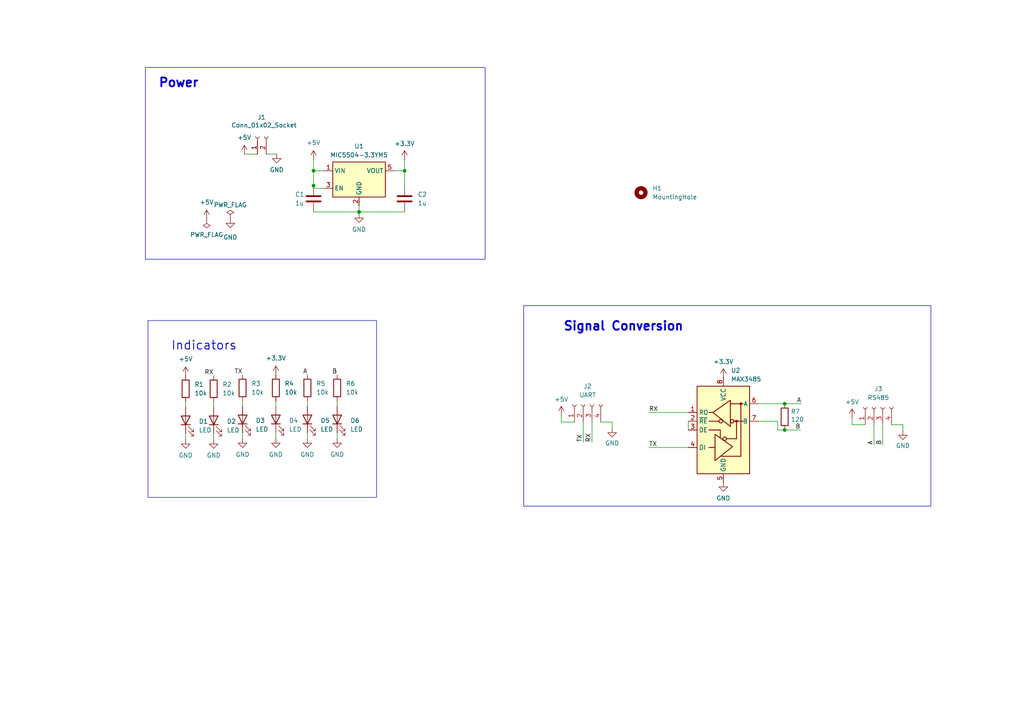
<source format=kicad_sch>
(kicad_sch
	(version 20231120)
	(generator "eeschema")
	(generator_version "8.0")
	(uuid "9bac4695-0bb8-42a3-8f69-7ad20dbe9ed8")
	(paper "A4")
	(lib_symbols
		(symbol "Connector:Conn_01x02_Socket"
			(pin_names
				(offset 1.016) hide)
			(exclude_from_sim no)
			(in_bom yes)
			(on_board yes)
			(property "Reference" "J"
				(at 0 2.54 0)
				(effects
					(font
						(size 1.27 1.27)
					)
				)
			)
			(property "Value" "Conn_01x02_Socket"
				(at 0 -5.08 0)
				(effects
					(font
						(size 1.27 1.27)
					)
				)
			)
			(property "Footprint" ""
				(at 0 0 0)
				(effects
					(font
						(size 1.27 1.27)
					)
					(hide yes)
				)
			)
			(property "Datasheet" "~"
				(at 0 0 0)
				(effects
					(font
						(size 1.27 1.27)
					)
					(hide yes)
				)
			)
			(property "Description" "Generic connector, single row, 01x02, script generated"
				(at 0 0 0)
				(effects
					(font
						(size 1.27 1.27)
					)
					(hide yes)
				)
			)
			(property "ki_locked" ""
				(at 0 0 0)
				(effects
					(font
						(size 1.27 1.27)
					)
				)
			)
			(property "ki_keywords" "connector"
				(at 0 0 0)
				(effects
					(font
						(size 1.27 1.27)
					)
					(hide yes)
				)
			)
			(property "ki_fp_filters" "Connector*:*_1x??_*"
				(at 0 0 0)
				(effects
					(font
						(size 1.27 1.27)
					)
					(hide yes)
				)
			)
			(symbol "Conn_01x02_Socket_1_1"
				(arc
					(start 0 -2.032)
					(mid -0.5058 -2.54)
					(end 0 -3.048)
					(stroke
						(width 0.1524)
						(type default)
					)
					(fill
						(type none)
					)
				)
				(polyline
					(pts
						(xy -1.27 -2.54) (xy -0.508 -2.54)
					)
					(stroke
						(width 0.1524)
						(type default)
					)
					(fill
						(type none)
					)
				)
				(polyline
					(pts
						(xy -1.27 0) (xy -0.508 0)
					)
					(stroke
						(width 0.1524)
						(type default)
					)
					(fill
						(type none)
					)
				)
				(arc
					(start 0 0.508)
					(mid -0.5058 0)
					(end 0 -0.508)
					(stroke
						(width 0.1524)
						(type default)
					)
					(fill
						(type none)
					)
				)
				(pin passive line
					(at -5.08 0 0)
					(length 3.81)
					(name "Pin_1"
						(effects
							(font
								(size 1.27 1.27)
							)
						)
					)
					(number "1"
						(effects
							(font
								(size 1.27 1.27)
							)
						)
					)
				)
				(pin passive line
					(at -5.08 -2.54 0)
					(length 3.81)
					(name "Pin_2"
						(effects
							(font
								(size 1.27 1.27)
							)
						)
					)
					(number "2"
						(effects
							(font
								(size 1.27 1.27)
							)
						)
					)
				)
			)
		)
		(symbol "Connector:Conn_01x04_Socket"
			(pin_names
				(offset 1.016) hide)
			(exclude_from_sim no)
			(in_bom yes)
			(on_board yes)
			(property "Reference" "J"
				(at 0 5.08 0)
				(effects
					(font
						(size 1.27 1.27)
					)
				)
			)
			(property "Value" "Conn_01x04_Socket"
				(at 0 -7.62 0)
				(effects
					(font
						(size 1.27 1.27)
					)
				)
			)
			(property "Footprint" ""
				(at 0 0 0)
				(effects
					(font
						(size 1.27 1.27)
					)
					(hide yes)
				)
			)
			(property "Datasheet" "~"
				(at 0 0 0)
				(effects
					(font
						(size 1.27 1.27)
					)
					(hide yes)
				)
			)
			(property "Description" "Generic connector, single row, 01x04, script generated"
				(at 0 0 0)
				(effects
					(font
						(size 1.27 1.27)
					)
					(hide yes)
				)
			)
			(property "ki_locked" ""
				(at 0 0 0)
				(effects
					(font
						(size 1.27 1.27)
					)
				)
			)
			(property "ki_keywords" "connector"
				(at 0 0 0)
				(effects
					(font
						(size 1.27 1.27)
					)
					(hide yes)
				)
			)
			(property "ki_fp_filters" "Connector*:*_1x??_*"
				(at 0 0 0)
				(effects
					(font
						(size 1.27 1.27)
					)
					(hide yes)
				)
			)
			(symbol "Conn_01x04_Socket_1_1"
				(arc
					(start 0 -4.572)
					(mid -0.5058 -5.08)
					(end 0 -5.588)
					(stroke
						(width 0.1524)
						(type default)
					)
					(fill
						(type none)
					)
				)
				(arc
					(start 0 -2.032)
					(mid -0.5058 -2.54)
					(end 0 -3.048)
					(stroke
						(width 0.1524)
						(type default)
					)
					(fill
						(type none)
					)
				)
				(polyline
					(pts
						(xy -1.27 -5.08) (xy -0.508 -5.08)
					)
					(stroke
						(width 0.1524)
						(type default)
					)
					(fill
						(type none)
					)
				)
				(polyline
					(pts
						(xy -1.27 -2.54) (xy -0.508 -2.54)
					)
					(stroke
						(width 0.1524)
						(type default)
					)
					(fill
						(type none)
					)
				)
				(polyline
					(pts
						(xy -1.27 0) (xy -0.508 0)
					)
					(stroke
						(width 0.1524)
						(type default)
					)
					(fill
						(type none)
					)
				)
				(polyline
					(pts
						(xy -1.27 2.54) (xy -0.508 2.54)
					)
					(stroke
						(width 0.1524)
						(type default)
					)
					(fill
						(type none)
					)
				)
				(arc
					(start 0 0.508)
					(mid -0.5058 0)
					(end 0 -0.508)
					(stroke
						(width 0.1524)
						(type default)
					)
					(fill
						(type none)
					)
				)
				(arc
					(start 0 3.048)
					(mid -0.5058 2.54)
					(end 0 2.032)
					(stroke
						(width 0.1524)
						(type default)
					)
					(fill
						(type none)
					)
				)
				(pin passive line
					(at -5.08 2.54 0)
					(length 3.81)
					(name "Pin_1"
						(effects
							(font
								(size 1.27 1.27)
							)
						)
					)
					(number "1"
						(effects
							(font
								(size 1.27 1.27)
							)
						)
					)
				)
				(pin passive line
					(at -5.08 0 0)
					(length 3.81)
					(name "Pin_2"
						(effects
							(font
								(size 1.27 1.27)
							)
						)
					)
					(number "2"
						(effects
							(font
								(size 1.27 1.27)
							)
						)
					)
				)
				(pin passive line
					(at -5.08 -2.54 0)
					(length 3.81)
					(name "Pin_3"
						(effects
							(font
								(size 1.27 1.27)
							)
						)
					)
					(number "3"
						(effects
							(font
								(size 1.27 1.27)
							)
						)
					)
				)
				(pin passive line
					(at -5.08 -5.08 0)
					(length 3.81)
					(name "Pin_4"
						(effects
							(font
								(size 1.27 1.27)
							)
						)
					)
					(number "4"
						(effects
							(font
								(size 1.27 1.27)
							)
						)
					)
				)
			)
		)
		(symbol "Device:C"
			(pin_numbers hide)
			(pin_names
				(offset 0.254)
			)
			(exclude_from_sim no)
			(in_bom yes)
			(on_board yes)
			(property "Reference" "C"
				(at 0.635 2.54 0)
				(effects
					(font
						(size 1.27 1.27)
					)
					(justify left)
				)
			)
			(property "Value" "C"
				(at 0.635 -2.54 0)
				(effects
					(font
						(size 1.27 1.27)
					)
					(justify left)
				)
			)
			(property "Footprint" ""
				(at 0.9652 -3.81 0)
				(effects
					(font
						(size 1.27 1.27)
					)
					(hide yes)
				)
			)
			(property "Datasheet" "~"
				(at 0 0 0)
				(effects
					(font
						(size 1.27 1.27)
					)
					(hide yes)
				)
			)
			(property "Description" "Unpolarized capacitor"
				(at 0 0 0)
				(effects
					(font
						(size 1.27 1.27)
					)
					(hide yes)
				)
			)
			(property "ki_keywords" "cap capacitor"
				(at 0 0 0)
				(effects
					(font
						(size 1.27 1.27)
					)
					(hide yes)
				)
			)
			(property "ki_fp_filters" "C_*"
				(at 0 0 0)
				(effects
					(font
						(size 1.27 1.27)
					)
					(hide yes)
				)
			)
			(symbol "C_0_1"
				(polyline
					(pts
						(xy -2.032 -0.762) (xy 2.032 -0.762)
					)
					(stroke
						(width 0.508)
						(type default)
					)
					(fill
						(type none)
					)
				)
				(polyline
					(pts
						(xy -2.032 0.762) (xy 2.032 0.762)
					)
					(stroke
						(width 0.508)
						(type default)
					)
					(fill
						(type none)
					)
				)
			)
			(symbol "C_1_1"
				(pin passive line
					(at 0 3.81 270)
					(length 2.794)
					(name "~"
						(effects
							(font
								(size 1.27 1.27)
							)
						)
					)
					(number "1"
						(effects
							(font
								(size 1.27 1.27)
							)
						)
					)
				)
				(pin passive line
					(at 0 -3.81 90)
					(length 2.794)
					(name "~"
						(effects
							(font
								(size 1.27 1.27)
							)
						)
					)
					(number "2"
						(effects
							(font
								(size 1.27 1.27)
							)
						)
					)
				)
			)
		)
		(symbol "Device:LED"
			(pin_numbers hide)
			(pin_names
				(offset 1.016) hide)
			(exclude_from_sim no)
			(in_bom yes)
			(on_board yes)
			(property "Reference" "D"
				(at 0 2.54 0)
				(effects
					(font
						(size 1.27 1.27)
					)
				)
			)
			(property "Value" "LED"
				(at 0 -2.54 0)
				(effects
					(font
						(size 1.27 1.27)
					)
				)
			)
			(property "Footprint" ""
				(at 0 0 0)
				(effects
					(font
						(size 1.27 1.27)
					)
					(hide yes)
				)
			)
			(property "Datasheet" "~"
				(at 0 0 0)
				(effects
					(font
						(size 1.27 1.27)
					)
					(hide yes)
				)
			)
			(property "Description" "Light emitting diode"
				(at 0 0 0)
				(effects
					(font
						(size 1.27 1.27)
					)
					(hide yes)
				)
			)
			(property "ki_keywords" "LED diode"
				(at 0 0 0)
				(effects
					(font
						(size 1.27 1.27)
					)
					(hide yes)
				)
			)
			(property "ki_fp_filters" "LED* LED_SMD:* LED_THT:*"
				(at 0 0 0)
				(effects
					(font
						(size 1.27 1.27)
					)
					(hide yes)
				)
			)
			(symbol "LED_0_1"
				(polyline
					(pts
						(xy -1.27 -1.27) (xy -1.27 1.27)
					)
					(stroke
						(width 0.254)
						(type default)
					)
					(fill
						(type none)
					)
				)
				(polyline
					(pts
						(xy -1.27 0) (xy 1.27 0)
					)
					(stroke
						(width 0)
						(type default)
					)
					(fill
						(type none)
					)
				)
				(polyline
					(pts
						(xy 1.27 -1.27) (xy 1.27 1.27) (xy -1.27 0) (xy 1.27 -1.27)
					)
					(stroke
						(width 0.254)
						(type default)
					)
					(fill
						(type none)
					)
				)
				(polyline
					(pts
						(xy -3.048 -0.762) (xy -4.572 -2.286) (xy -3.81 -2.286) (xy -4.572 -2.286) (xy -4.572 -1.524)
					)
					(stroke
						(width 0)
						(type default)
					)
					(fill
						(type none)
					)
				)
				(polyline
					(pts
						(xy -1.778 -0.762) (xy -3.302 -2.286) (xy -2.54 -2.286) (xy -3.302 -2.286) (xy -3.302 -1.524)
					)
					(stroke
						(width 0)
						(type default)
					)
					(fill
						(type none)
					)
				)
			)
			(symbol "LED_1_1"
				(pin passive line
					(at -3.81 0 0)
					(length 2.54)
					(name "K"
						(effects
							(font
								(size 1.27 1.27)
							)
						)
					)
					(number "1"
						(effects
							(font
								(size 1.27 1.27)
							)
						)
					)
				)
				(pin passive line
					(at 3.81 0 180)
					(length 2.54)
					(name "A"
						(effects
							(font
								(size 1.27 1.27)
							)
						)
					)
					(number "2"
						(effects
							(font
								(size 1.27 1.27)
							)
						)
					)
				)
			)
		)
		(symbol "Device:R"
			(pin_numbers hide)
			(pin_names
				(offset 0)
			)
			(exclude_from_sim no)
			(in_bom yes)
			(on_board yes)
			(property "Reference" "R"
				(at 2.032 0 90)
				(effects
					(font
						(size 1.27 1.27)
					)
				)
			)
			(property "Value" "R"
				(at 0 0 90)
				(effects
					(font
						(size 1.27 1.27)
					)
				)
			)
			(property "Footprint" ""
				(at -1.778 0 90)
				(effects
					(font
						(size 1.27 1.27)
					)
					(hide yes)
				)
			)
			(property "Datasheet" "~"
				(at 0 0 0)
				(effects
					(font
						(size 1.27 1.27)
					)
					(hide yes)
				)
			)
			(property "Description" "Resistor"
				(at 0 0 0)
				(effects
					(font
						(size 1.27 1.27)
					)
					(hide yes)
				)
			)
			(property "ki_keywords" "R res resistor"
				(at 0 0 0)
				(effects
					(font
						(size 1.27 1.27)
					)
					(hide yes)
				)
			)
			(property "ki_fp_filters" "R_*"
				(at 0 0 0)
				(effects
					(font
						(size 1.27 1.27)
					)
					(hide yes)
				)
			)
			(symbol "R_0_1"
				(rectangle
					(start -1.016 -2.54)
					(end 1.016 2.54)
					(stroke
						(width 0.254)
						(type default)
					)
					(fill
						(type none)
					)
				)
			)
			(symbol "R_1_1"
				(pin passive line
					(at 0 3.81 270)
					(length 1.27)
					(name "~"
						(effects
							(font
								(size 1.27 1.27)
							)
						)
					)
					(number "1"
						(effects
							(font
								(size 1.27 1.27)
							)
						)
					)
				)
				(pin passive line
					(at 0 -3.81 90)
					(length 1.27)
					(name "~"
						(effects
							(font
								(size 1.27 1.27)
							)
						)
					)
					(number "2"
						(effects
							(font
								(size 1.27 1.27)
							)
						)
					)
				)
			)
		)
		(symbol "Interface_UART:MAX3485"
			(exclude_from_sim no)
			(in_bom yes)
			(on_board yes)
			(property "Reference" "U"
				(at -6.985 13.97 0)
				(effects
					(font
						(size 1.27 1.27)
					)
				)
			)
			(property "Value" "MAX3485"
				(at 1.905 13.97 0)
				(effects
					(font
						(size 1.27 1.27)
					)
					(justify left)
				)
			)
			(property "Footprint" "Package_SO:SOIC-8_3.9x4.9mm_P1.27mm"
				(at 0 -22.86 0)
				(effects
					(font
						(size 1.27 1.27)
					)
					(hide yes)
				)
			)
			(property "Datasheet" "https://datasheets.maximintegrated.com/en/ds/MAX3483-MAX3491.pdf"
				(at 0 1.27 0)
				(effects
					(font
						(size 1.27 1.27)
					)
					(hide yes)
				)
			)
			(property "Description" "True RS-485/RS-422, 10Mbps, Slew-Rate Limited, with low-power shutdown, with receiver/driver enable, 32 receiver drive capacitity, DIP-8 and SOIC-8"
				(at 0 0 0)
				(effects
					(font
						(size 1.27 1.27)
					)
					(hide yes)
				)
			)
			(property "ki_keywords" "RS-485 RS-422 UART line-driver transceiver"
				(at 0 0 0)
				(effects
					(font
						(size 1.27 1.27)
					)
					(hide yes)
				)
			)
			(property "ki_fp_filters" "DIP*W7.62mm* SOIC*3.9x4.9mm*P1.27mm*"
				(at 0 0 0)
				(effects
					(font
						(size 1.27 1.27)
					)
					(hide yes)
				)
			)
			(symbol "MAX3485_0_1"
				(rectangle
					(start -7.62 12.7)
					(end 7.62 -12.7)
					(stroke
						(width 0.254)
						(type default)
					)
					(fill
						(type background)
					)
				)
				(polyline
					(pts
						(xy -4.191 2.54) (xy -1.27 2.54)
					)
					(stroke
						(width 0.254)
						(type default)
					)
					(fill
						(type none)
					)
				)
				(polyline
					(pts
						(xy -2.54 -5.08) (xy -4.191 -5.08)
					)
					(stroke
						(width 0.254)
						(type default)
					)
					(fill
						(type none)
					)
				)
				(polyline
					(pts
						(xy -0.635 -7.62) (xy 5.08 -7.62)
					)
					(stroke
						(width 0.254)
						(type default)
					)
					(fill
						(type none)
					)
				)
				(polyline
					(pts
						(xy 0.889 -2.54) (xy 3.81 -2.54)
					)
					(stroke
						(width 0.254)
						(type default)
					)
					(fill
						(type none)
					)
				)
				(polyline
					(pts
						(xy 2.032 7.62) (xy 5.715 7.62)
					)
					(stroke
						(width 0.254)
						(type default)
					)
					(fill
						(type none)
					)
				)
				(polyline
					(pts
						(xy 3.048 2.54) (xy 5.715 2.54)
					)
					(stroke
						(width 0.254)
						(type default)
					)
					(fill
						(type none)
					)
				)
				(polyline
					(pts
						(xy 3.81 -2.54) (xy 3.81 2.54)
					)
					(stroke
						(width 0.254)
						(type default)
					)
					(fill
						(type none)
					)
				)
				(polyline
					(pts
						(xy 5.08 -7.62) (xy 5.08 7.62)
					)
					(stroke
						(width 0.254)
						(type default)
					)
					(fill
						(type none)
					)
				)
				(polyline
					(pts
						(xy -4.191 0) (xy -0.889 0) (xy -0.889 -2.286)
					)
					(stroke
						(width 0.254)
						(type default)
					)
					(fill
						(type none)
					)
				)
				(polyline
					(pts
						(xy -3.175 5.08) (xy -4.191 5.08) (xy -4.064 5.08)
					)
					(stroke
						(width 0.254)
						(type default)
					)
					(fill
						(type none)
					)
				)
				(polyline
					(pts
						(xy -2.413 -5.08) (xy -2.413 -1.27) (xy 2.667 -4.826) (xy -2.413 -8.89) (xy -2.413 -5.08)
					)
					(stroke
						(width 0.254)
						(type default)
					)
					(fill
						(type none)
					)
				)
				(circle
					(center 0.381 -2.54)
					(radius 0.508)
					(stroke
						(width 0.254)
						(type default)
					)
					(fill
						(type none)
					)
				)
				(circle
					(center 3.81 2.54)
					(radius 0.2794)
					(stroke
						(width 0.254)
						(type default)
					)
					(fill
						(type outline)
					)
				)
			)
			(symbol "MAX3485_1_1"
				(circle
					(center -0.762 2.54)
					(radius 0.508)
					(stroke
						(width 0.254)
						(type default)
					)
					(fill
						(type none)
					)
				)
				(polyline
					(pts
						(xy 2.032 4.826) (xy 2.032 8.636) (xy -3.048 5.08) (xy 2.032 1.016) (xy 2.032 4.826)
					)
					(stroke
						(width 0.254)
						(type default)
					)
					(fill
						(type none)
					)
				)
				(circle
					(center 2.54 2.54)
					(radius 0.508)
					(stroke
						(width 0.254)
						(type default)
					)
					(fill
						(type none)
					)
				)
				(circle
					(center 5.08 7.62)
					(radius 0.2794)
					(stroke
						(width 0.254)
						(type default)
					)
					(fill
						(type outline)
					)
				)
				(pin output line
					(at -10.16 5.08 0)
					(length 2.54)
					(name "RO"
						(effects
							(font
								(size 1.27 1.27)
							)
						)
					)
					(number "1"
						(effects
							(font
								(size 1.27 1.27)
							)
						)
					)
				)
				(pin input line
					(at -10.16 2.54 0)
					(length 2.54)
					(name "~{RE}"
						(effects
							(font
								(size 1.27 1.27)
							)
						)
					)
					(number "2"
						(effects
							(font
								(size 1.27 1.27)
							)
						)
					)
				)
				(pin input line
					(at -10.16 0 0)
					(length 2.54)
					(name "DE"
						(effects
							(font
								(size 1.27 1.27)
							)
						)
					)
					(number "3"
						(effects
							(font
								(size 1.27 1.27)
							)
						)
					)
				)
				(pin input line
					(at -10.16 -5.08 0)
					(length 2.54)
					(name "DI"
						(effects
							(font
								(size 1.27 1.27)
							)
						)
					)
					(number "4"
						(effects
							(font
								(size 1.27 1.27)
							)
						)
					)
				)
				(pin power_in line
					(at 0 -15.24 90)
					(length 2.54)
					(name "GND"
						(effects
							(font
								(size 1.27 1.27)
							)
						)
					)
					(number "5"
						(effects
							(font
								(size 1.27 1.27)
							)
						)
					)
				)
				(pin bidirectional line
					(at 10.16 7.62 180)
					(length 2.54)
					(name "A"
						(effects
							(font
								(size 1.27 1.27)
							)
						)
					)
					(number "6"
						(effects
							(font
								(size 1.27 1.27)
							)
						)
					)
				)
				(pin bidirectional line
					(at 10.16 2.54 180)
					(length 2.54)
					(name "B"
						(effects
							(font
								(size 1.27 1.27)
							)
						)
					)
					(number "7"
						(effects
							(font
								(size 1.27 1.27)
							)
						)
					)
				)
				(pin power_in line
					(at 0 15.24 270)
					(length 2.54)
					(name "VCC"
						(effects
							(font
								(size 1.27 1.27)
							)
						)
					)
					(number "8"
						(effects
							(font
								(size 1.27 1.27)
							)
						)
					)
				)
			)
		)
		(symbol "Mechanical:MountingHole"
			(pin_names
				(offset 1.016)
			)
			(exclude_from_sim yes)
			(in_bom no)
			(on_board yes)
			(property "Reference" "H"
				(at 0 5.08 0)
				(effects
					(font
						(size 1.27 1.27)
					)
				)
			)
			(property "Value" "MountingHole"
				(at 0 3.175 0)
				(effects
					(font
						(size 1.27 1.27)
					)
				)
			)
			(property "Footprint" ""
				(at 0 0 0)
				(effects
					(font
						(size 1.27 1.27)
					)
					(hide yes)
				)
			)
			(property "Datasheet" "~"
				(at 0 0 0)
				(effects
					(font
						(size 1.27 1.27)
					)
					(hide yes)
				)
			)
			(property "Description" "Mounting Hole without connection"
				(at 0 0 0)
				(effects
					(font
						(size 1.27 1.27)
					)
					(hide yes)
				)
			)
			(property "ki_keywords" "mounting hole"
				(at 0 0 0)
				(effects
					(font
						(size 1.27 1.27)
					)
					(hide yes)
				)
			)
			(property "ki_fp_filters" "MountingHole*"
				(at 0 0 0)
				(effects
					(font
						(size 1.27 1.27)
					)
					(hide yes)
				)
			)
			(symbol "MountingHole_0_1"
				(circle
					(center 0 0)
					(radius 1.27)
					(stroke
						(width 1.27)
						(type default)
					)
					(fill
						(type none)
					)
				)
			)
		)
		(symbol "Regulator_Linear:MIC5504-3.3YM5"
			(exclude_from_sim no)
			(in_bom yes)
			(on_board yes)
			(property "Reference" "U"
				(at -7.62 8.89 0)
				(effects
					(font
						(size 1.27 1.27)
					)
					(justify left)
				)
			)
			(property "Value" "MIC5504-3.3YM5"
				(at -7.62 6.35 0)
				(effects
					(font
						(size 1.27 1.27)
					)
					(justify left)
				)
			)
			(property "Footprint" "Package_TO_SOT_SMD:SOT-23-5"
				(at 0 -10.16 0)
				(effects
					(font
						(size 1.27 1.27)
					)
					(hide yes)
				)
			)
			(property "Datasheet" "http://ww1.microchip.com/downloads/en/DeviceDoc/MIC550X.pdf"
				(at -6.35 6.35 0)
				(effects
					(font
						(size 1.27 1.27)
					)
					(hide yes)
				)
			)
			(property "Description" "300mA Low-dropout Voltage Regulator, Vout 3.3V, Vin up to 5.5V, SOT-23"
				(at 0 0 0)
				(effects
					(font
						(size 1.27 1.27)
					)
					(hide yes)
				)
			)
			(property "ki_keywords" "Micrel LDO voltage regulator"
				(at 0 0 0)
				(effects
					(font
						(size 1.27 1.27)
					)
					(hide yes)
				)
			)
			(property "ki_fp_filters" "SOT?23?5*"
				(at 0 0 0)
				(effects
					(font
						(size 1.27 1.27)
					)
					(hide yes)
				)
			)
			(symbol "MIC5504-3.3YM5_0_1"
				(rectangle
					(start -7.62 -5.08)
					(end 7.62 5.08)
					(stroke
						(width 0.254)
						(type default)
					)
					(fill
						(type background)
					)
				)
			)
			(symbol "MIC5504-3.3YM5_1_1"
				(pin power_in line
					(at -10.16 2.54 0)
					(length 2.54)
					(name "VIN"
						(effects
							(font
								(size 1.27 1.27)
							)
						)
					)
					(number "1"
						(effects
							(font
								(size 1.27 1.27)
							)
						)
					)
				)
				(pin power_in line
					(at 0 -7.62 90)
					(length 2.54)
					(name "GND"
						(effects
							(font
								(size 1.27 1.27)
							)
						)
					)
					(number "2"
						(effects
							(font
								(size 1.27 1.27)
							)
						)
					)
				)
				(pin input line
					(at -10.16 -2.54 0)
					(length 2.54)
					(name "EN"
						(effects
							(font
								(size 1.27 1.27)
							)
						)
					)
					(number "3"
						(effects
							(font
								(size 1.27 1.27)
							)
						)
					)
				)
				(pin no_connect line
					(at 7.62 -2.54 180)
					(length 2.54) hide
					(name "NC"
						(effects
							(font
								(size 1.27 1.27)
							)
						)
					)
					(number "4"
						(effects
							(font
								(size 1.27 1.27)
							)
						)
					)
				)
				(pin power_out line
					(at 10.16 2.54 180)
					(length 2.54)
					(name "VOUT"
						(effects
							(font
								(size 1.27 1.27)
							)
						)
					)
					(number "5"
						(effects
							(font
								(size 1.27 1.27)
							)
						)
					)
				)
			)
		)
		(symbol "power:+3.3V"
			(power)
			(pin_numbers hide)
			(pin_names
				(offset 0) hide)
			(exclude_from_sim no)
			(in_bom yes)
			(on_board yes)
			(property "Reference" "#PWR"
				(at 0 -3.81 0)
				(effects
					(font
						(size 1.27 1.27)
					)
					(hide yes)
				)
			)
			(property "Value" "+3.3V"
				(at 0 3.556 0)
				(effects
					(font
						(size 1.27 1.27)
					)
				)
			)
			(property "Footprint" ""
				(at 0 0 0)
				(effects
					(font
						(size 1.27 1.27)
					)
					(hide yes)
				)
			)
			(property "Datasheet" ""
				(at 0 0 0)
				(effects
					(font
						(size 1.27 1.27)
					)
					(hide yes)
				)
			)
			(property "Description" "Power symbol creates a global label with name \"+3.3V\""
				(at 0 0 0)
				(effects
					(font
						(size 1.27 1.27)
					)
					(hide yes)
				)
			)
			(property "ki_keywords" "global power"
				(at 0 0 0)
				(effects
					(font
						(size 1.27 1.27)
					)
					(hide yes)
				)
			)
			(symbol "+3.3V_0_1"
				(polyline
					(pts
						(xy -0.762 1.27) (xy 0 2.54)
					)
					(stroke
						(width 0)
						(type default)
					)
					(fill
						(type none)
					)
				)
				(polyline
					(pts
						(xy 0 0) (xy 0 2.54)
					)
					(stroke
						(width 0)
						(type default)
					)
					(fill
						(type none)
					)
				)
				(polyline
					(pts
						(xy 0 2.54) (xy 0.762 1.27)
					)
					(stroke
						(width 0)
						(type default)
					)
					(fill
						(type none)
					)
				)
			)
			(symbol "+3.3V_1_1"
				(pin power_in line
					(at 0 0 90)
					(length 0)
					(name "~"
						(effects
							(font
								(size 1.27 1.27)
							)
						)
					)
					(number "1"
						(effects
							(font
								(size 1.27 1.27)
							)
						)
					)
				)
			)
		)
		(symbol "power:+5V"
			(power)
			(pin_numbers hide)
			(pin_names
				(offset 0) hide)
			(exclude_from_sim no)
			(in_bom yes)
			(on_board yes)
			(property "Reference" "#PWR"
				(at 0 -3.81 0)
				(effects
					(font
						(size 1.27 1.27)
					)
					(hide yes)
				)
			)
			(property "Value" "+5V"
				(at 0 3.556 0)
				(effects
					(font
						(size 1.27 1.27)
					)
				)
			)
			(property "Footprint" ""
				(at 0 0 0)
				(effects
					(font
						(size 1.27 1.27)
					)
					(hide yes)
				)
			)
			(property "Datasheet" ""
				(at 0 0 0)
				(effects
					(font
						(size 1.27 1.27)
					)
					(hide yes)
				)
			)
			(property "Description" "Power symbol creates a global label with name \"+5V\""
				(at 0 0 0)
				(effects
					(font
						(size 1.27 1.27)
					)
					(hide yes)
				)
			)
			(property "ki_keywords" "global power"
				(at 0 0 0)
				(effects
					(font
						(size 1.27 1.27)
					)
					(hide yes)
				)
			)
			(symbol "+5V_0_1"
				(polyline
					(pts
						(xy -0.762 1.27) (xy 0 2.54)
					)
					(stroke
						(width 0)
						(type default)
					)
					(fill
						(type none)
					)
				)
				(polyline
					(pts
						(xy 0 0) (xy 0 2.54)
					)
					(stroke
						(width 0)
						(type default)
					)
					(fill
						(type none)
					)
				)
				(polyline
					(pts
						(xy 0 2.54) (xy 0.762 1.27)
					)
					(stroke
						(width 0)
						(type default)
					)
					(fill
						(type none)
					)
				)
			)
			(symbol "+5V_1_1"
				(pin power_in line
					(at 0 0 90)
					(length 0)
					(name "~"
						(effects
							(font
								(size 1.27 1.27)
							)
						)
					)
					(number "1"
						(effects
							(font
								(size 1.27 1.27)
							)
						)
					)
				)
			)
		)
		(symbol "power:GND"
			(power)
			(pin_numbers hide)
			(pin_names
				(offset 0) hide)
			(exclude_from_sim no)
			(in_bom yes)
			(on_board yes)
			(property "Reference" "#PWR"
				(at 0 -6.35 0)
				(effects
					(font
						(size 1.27 1.27)
					)
					(hide yes)
				)
			)
			(property "Value" "GND"
				(at 0 -3.81 0)
				(effects
					(font
						(size 1.27 1.27)
					)
				)
			)
			(property "Footprint" ""
				(at 0 0 0)
				(effects
					(font
						(size 1.27 1.27)
					)
					(hide yes)
				)
			)
			(property "Datasheet" ""
				(at 0 0 0)
				(effects
					(font
						(size 1.27 1.27)
					)
					(hide yes)
				)
			)
			(property "Description" "Power symbol creates a global label with name \"GND\" , ground"
				(at 0 0 0)
				(effects
					(font
						(size 1.27 1.27)
					)
					(hide yes)
				)
			)
			(property "ki_keywords" "global power"
				(at 0 0 0)
				(effects
					(font
						(size 1.27 1.27)
					)
					(hide yes)
				)
			)
			(symbol "GND_0_1"
				(polyline
					(pts
						(xy 0 0) (xy 0 -1.27) (xy 1.27 -1.27) (xy 0 -2.54) (xy -1.27 -1.27) (xy 0 -1.27)
					)
					(stroke
						(width 0)
						(type default)
					)
					(fill
						(type none)
					)
				)
			)
			(symbol "GND_1_1"
				(pin power_in line
					(at 0 0 270)
					(length 0)
					(name "~"
						(effects
							(font
								(size 1.27 1.27)
							)
						)
					)
					(number "1"
						(effects
							(font
								(size 1.27 1.27)
							)
						)
					)
				)
			)
		)
		(symbol "power:PWR_FLAG"
			(power)
			(pin_numbers hide)
			(pin_names
				(offset 0) hide)
			(exclude_from_sim no)
			(in_bom yes)
			(on_board yes)
			(property "Reference" "#FLG"
				(at 0 1.905 0)
				(effects
					(font
						(size 1.27 1.27)
					)
					(hide yes)
				)
			)
			(property "Value" "PWR_FLAG"
				(at 0 3.81 0)
				(effects
					(font
						(size 1.27 1.27)
					)
				)
			)
			(property "Footprint" ""
				(at 0 0 0)
				(effects
					(font
						(size 1.27 1.27)
					)
					(hide yes)
				)
			)
			(property "Datasheet" "~"
				(at 0 0 0)
				(effects
					(font
						(size 1.27 1.27)
					)
					(hide yes)
				)
			)
			(property "Description" "Special symbol for telling ERC where power comes from"
				(at 0 0 0)
				(effects
					(font
						(size 1.27 1.27)
					)
					(hide yes)
				)
			)
			(property "ki_keywords" "flag power"
				(at 0 0 0)
				(effects
					(font
						(size 1.27 1.27)
					)
					(hide yes)
				)
			)
			(symbol "PWR_FLAG_0_0"
				(pin power_out line
					(at 0 0 90)
					(length 0)
					(name "~"
						(effects
							(font
								(size 1.27 1.27)
							)
						)
					)
					(number "1"
						(effects
							(font
								(size 1.27 1.27)
							)
						)
					)
				)
			)
			(symbol "PWR_FLAG_0_1"
				(polyline
					(pts
						(xy 0 0) (xy 0 1.27) (xy -1.016 1.905) (xy 0 2.54) (xy 1.016 1.905) (xy 0 1.27)
					)
					(stroke
						(width 0)
						(type default)
					)
					(fill
						(type none)
					)
				)
			)
		)
	)
	(junction
		(at 90.932 49.53)
		(diameter 0)
		(color 0 0 0 0)
		(uuid "073d7d6b-2ef5-461d-b568-dfcdbed8dff0")
	)
	(junction
		(at 227.584 117.094)
		(diameter 0)
		(color 0 0 0 0)
		(uuid "21724341-a0c5-47d6-8b65-0e90e6800c54")
	)
	(junction
		(at 117.348 49.53)
		(diameter 0)
		(color 0 0 0 0)
		(uuid "31382918-9659-46d6-b1cc-eb0effbb8b1e")
	)
	(junction
		(at 227.584 124.714)
		(diameter 0)
		(color 0 0 0 0)
		(uuid "a0e02438-4bc4-4218-852c-d8487922f097")
	)
	(junction
		(at 104.14 61.468)
		(diameter 0)
		(color 0 0 0 0)
		(uuid "af51434d-2796-485b-9f30-0764d6131d4d")
	)
	(junction
		(at 90.932 53.848)
		(diameter 0)
		(color 0 0 0 0)
		(uuid "c1261e65-54c8-4339-a888-a952abff0190")
	)
	(wire
		(pts
			(xy 80.01 116.332) (xy 80.01 117.856)
		)
		(stroke
			(width 0)
			(type default)
		)
		(uuid "003e8207-a4d9-48d0-8809-24cf274e280a")
	)
	(wire
		(pts
			(xy 90.932 61.468) (xy 104.14 61.468)
		)
		(stroke
			(width 0)
			(type default)
		)
		(uuid "00ed244e-7066-4532-84fd-72ae8ba66734")
	)
	(wire
		(pts
			(xy 77.216 44.704) (xy 80.264 44.704)
		)
		(stroke
			(width 0)
			(type default)
		)
		(uuid "0fab428e-b85e-4241-87af-d8f4f4b9e7f5")
	)
	(wire
		(pts
			(xy 70.358 125.476) (xy 70.358 127.254)
		)
		(stroke
			(width 0)
			(type default)
		)
		(uuid "16c6481a-3552-48c0-a866-a517701571b3")
	)
	(wire
		(pts
			(xy 162.814 122.428) (xy 166.624 122.428)
		)
		(stroke
			(width 0)
			(type default)
		)
		(uuid "1e70851a-c5a1-4cc7-a54f-73277cf44f8f")
	)
	(wire
		(pts
			(xy 70.358 116.332) (xy 70.358 117.856)
		)
		(stroke
			(width 0)
			(type default)
		)
		(uuid "1eb59f53-52d2-45ec-8ed5-f3bd7cd28e44")
	)
	(wire
		(pts
			(xy 188.214 129.794) (xy 199.644 129.794)
		)
		(stroke
			(width 0)
			(type default)
		)
		(uuid "220ec305-3cd7-4315-ab17-1b591bd884d4")
	)
	(wire
		(pts
			(xy 90.932 54.61) (xy 90.932 53.848)
		)
		(stroke
			(width 0)
			(type default)
		)
		(uuid "269d87e0-dd3a-4764-8131-750ef0e372a6")
	)
	(wire
		(pts
			(xy 256.032 123.19) (xy 256.032 129.032)
		)
		(stroke
			(width 0)
			(type default)
		)
		(uuid "26bfc12a-a13a-4065-9b64-9a43ab50d3d2")
	)
	(wire
		(pts
			(xy 188.214 119.634) (xy 199.644 119.634)
		)
		(stroke
			(width 0)
			(type default)
		)
		(uuid "2f7cb219-cd19-4c68-a2c5-d331af1fce17")
	)
	(wire
		(pts
			(xy 261.874 123.19) (xy 261.874 124.968)
		)
		(stroke
			(width 0)
			(type default)
		)
		(uuid "3cd53418-e1a2-4f7d-af83-1eac5e56c6bd")
	)
	(wire
		(pts
			(xy 174.244 122.428) (xy 177.546 122.428)
		)
		(stroke
			(width 0)
			(type default)
		)
		(uuid "4390c8af-c5c4-4650-b26a-77738c420c09")
	)
	(wire
		(pts
			(xy 97.79 116.332) (xy 97.79 117.856)
		)
		(stroke
			(width 0)
			(type default)
		)
		(uuid "476ef0e4-5e5b-4c79-99b7-7ec07cb92569")
	)
	(wire
		(pts
			(xy 199.644 122.174) (xy 199.644 124.714)
		)
		(stroke
			(width 0)
			(type default)
		)
		(uuid "48fead4a-9af0-4b4a-9f63-cf3ebe6b1aa4")
	)
	(wire
		(pts
			(xy 169.164 122.428) (xy 169.164 128.27)
		)
		(stroke
			(width 0)
			(type default)
		)
		(uuid "4c741d2f-3e05-4580-9510-2f4582cefb73")
	)
	(wire
		(pts
			(xy 225.552 122.174) (xy 219.964 122.174)
		)
		(stroke
			(width 0)
			(type default)
		)
		(uuid "5165b5fb-14e8-4afc-a808-c5691d1952e5")
	)
	(wire
		(pts
			(xy 114.3 49.53) (xy 117.348 49.53)
		)
		(stroke
			(width 0)
			(type default)
		)
		(uuid "53b9d50e-3d62-4abf-84a9-c069e3352623")
	)
	(wire
		(pts
			(xy 90.932 46.228) (xy 90.932 49.53)
		)
		(stroke
			(width 0)
			(type default)
		)
		(uuid "5708af9f-167b-4d28-85c2-697f6b6f9713")
	)
	(wire
		(pts
			(xy 93.98 54.61) (xy 90.932 54.61)
		)
		(stroke
			(width 0)
			(type default)
		)
		(uuid "5874a7c1-ee6f-4ebc-8119-8fb5efe11e59")
	)
	(wire
		(pts
			(xy 171.704 122.428) (xy 171.704 128.27)
		)
		(stroke
			(width 0)
			(type default)
		)
		(uuid "5d898c59-9309-4c81-b0f2-3f35f0953652")
	)
	(wire
		(pts
			(xy 227.584 124.714) (xy 232.156 124.714)
		)
		(stroke
			(width 0)
			(type default)
		)
		(uuid "623e2c72-4022-47c3-83de-cfe47efdd4ee")
	)
	(wire
		(pts
			(xy 104.14 61.468) (xy 117.348 61.468)
		)
		(stroke
			(width 0)
			(type default)
		)
		(uuid "624014a0-068a-4464-ad83-12f84e00978d")
	)
	(wire
		(pts
			(xy 97.79 125.476) (xy 97.79 127.254)
		)
		(stroke
			(width 0)
			(type default)
		)
		(uuid "63adea05-fd81-41b2-aecc-de3d2b39fe71")
	)
	(wire
		(pts
			(xy 225.552 122.174) (xy 225.552 124.714)
		)
		(stroke
			(width 0)
			(type default)
		)
		(uuid "7e6dbbe2-f209-45e6-9a99-72a8521c3aab")
	)
	(wire
		(pts
			(xy 61.976 116.586) (xy 61.976 118.11)
		)
		(stroke
			(width 0)
			(type default)
		)
		(uuid "7eb22429-515b-4818-943a-9b218181c64a")
	)
	(wire
		(pts
			(xy 89.154 116.332) (xy 89.154 117.856)
		)
		(stroke
			(width 0)
			(type default)
		)
		(uuid "863784eb-ab34-40f2-8442-1525ffd4f089")
	)
	(wire
		(pts
			(xy 253.492 123.19) (xy 253.492 129.032)
		)
		(stroke
			(width 0)
			(type default)
		)
		(uuid "8be18ad6-c02e-422c-8114-6627ff4682ea")
	)
	(wire
		(pts
			(xy 162.814 120.396) (xy 162.814 122.428)
		)
		(stroke
			(width 0)
			(type default)
		)
		(uuid "969b2ae2-b207-4e78-b024-ec55a83c3942")
	)
	(wire
		(pts
			(xy 227.584 117.094) (xy 232.41 117.094)
		)
		(stroke
			(width 0)
			(type default)
		)
		(uuid "988b0f44-55d2-4b8f-8629-bba5ddc20768")
	)
	(wire
		(pts
			(xy 90.932 49.53) (xy 93.98 49.53)
		)
		(stroke
			(width 0)
			(type default)
		)
		(uuid "a096a72b-e789-4397-9af7-0b2a7eb652d3")
	)
	(wire
		(pts
			(xy 104.14 59.69) (xy 104.14 61.468)
		)
		(stroke
			(width 0)
			(type default)
		)
		(uuid "a0fdf97d-2391-420d-b706-0e4ea660d442")
	)
	(wire
		(pts
			(xy 104.14 61.468) (xy 104.14 61.976)
		)
		(stroke
			(width 0)
			(type default)
		)
		(uuid "a62285e7-7f90-470c-ad57-869b98476fdf")
	)
	(wire
		(pts
			(xy 258.572 123.19) (xy 261.874 123.19)
		)
		(stroke
			(width 0)
			(type default)
		)
		(uuid "a73b6207-b263-4218-8ae6-383e40c72800")
	)
	(wire
		(pts
			(xy 80.01 125.476) (xy 80.01 127.254)
		)
		(stroke
			(width 0)
			(type default)
		)
		(uuid "aa7a4892-1aaa-4d02-8272-d281bbd11651")
	)
	(wire
		(pts
			(xy 219.964 117.094) (xy 227.584 117.094)
		)
		(stroke
			(width 0)
			(type default)
		)
		(uuid "b538315d-1c3b-4e8e-a13c-8c1df0f7a019")
	)
	(wire
		(pts
			(xy 225.552 124.714) (xy 227.584 124.714)
		)
		(stroke
			(width 0)
			(type default)
		)
		(uuid "be06ea8d-cb2d-4ab8-9711-32861af7270c")
	)
	(wire
		(pts
			(xy 177.546 122.428) (xy 177.546 124.206)
		)
		(stroke
			(width 0)
			(type default)
		)
		(uuid "c5a5c136-97b4-4f13-a43b-e86446754b3e")
	)
	(wire
		(pts
			(xy 53.848 125.73) (xy 53.848 127.508)
		)
		(stroke
			(width 0)
			(type default)
		)
		(uuid "d245f6be-138d-4d17-be03-e270540effba")
	)
	(wire
		(pts
			(xy 117.348 46.228) (xy 117.348 49.53)
		)
		(stroke
			(width 0)
			(type default)
		)
		(uuid "d964f42b-4d9e-44e5-90de-b7a48d98364a")
	)
	(wire
		(pts
			(xy 247.142 121.158) (xy 247.142 123.19)
		)
		(stroke
			(width 0)
			(type default)
		)
		(uuid "db58f348-7ff2-489a-843a-d94ff8d4d53a")
	)
	(wire
		(pts
			(xy 247.142 123.19) (xy 250.952 123.19)
		)
		(stroke
			(width 0)
			(type default)
		)
		(uuid "dd1dcb93-ffd1-43a8-8c7a-bedecea9ba3c")
	)
	(wire
		(pts
			(xy 61.976 125.73) (xy 61.976 127.508)
		)
		(stroke
			(width 0)
			(type default)
		)
		(uuid "ddcbb53d-ce89-447d-b3d7-536769437839")
	)
	(wire
		(pts
			(xy 89.154 125.476) (xy 89.154 127.254)
		)
		(stroke
			(width 0)
			(type default)
		)
		(uuid "e4b773d5-617f-4411-942b-2634f3c35602")
	)
	(wire
		(pts
			(xy 117.348 53.848) (xy 117.348 49.53)
		)
		(stroke
			(width 0)
			(type default)
		)
		(uuid "ec3b7812-a2d8-496f-8bad-f7393c277f04")
	)
	(wire
		(pts
			(xy 90.932 53.848) (xy 90.932 49.53)
		)
		(stroke
			(width 0)
			(type default)
		)
		(uuid "ec8ceef0-3359-488e-88cb-277905c76a10")
	)
	(wire
		(pts
			(xy 53.848 116.586) (xy 53.848 118.11)
		)
		(stroke
			(width 0)
			(type default)
		)
		(uuid "f4f9bd2a-d53b-4e4f-b286-6f1106da074b")
	)
	(wire
		(pts
			(xy 70.866 44.704) (xy 74.676 44.704)
		)
		(stroke
			(width 0)
			(type default)
		)
		(uuid "fc6af126-1b9e-4ecb-9718-aebb09345b67")
	)
	(rectangle
		(start 151.892 88.646)
		(end 270.002 146.812)
		(stroke
			(width 0)
			(type default)
		)
		(fill
			(type none)
		)
		(uuid 0e61b37a-c6e6-4814-80fd-4b3c5c57cdef)
	)
	(rectangle
		(start 42.164 19.558)
		(end 140.716 75.184)
		(stroke
			(width 0)
			(type default)
		)
		(fill
			(type none)
		)
		(uuid 110731d6-f9cc-41d8-a240-fd555e39cccc)
	)
	(rectangle
		(start 42.926 92.964)
		(end 109.22 144.272)
		(stroke
			(width 0)
			(type default)
		)
		(fill
			(type none)
		)
		(uuid fb0822f7-cd70-4d6d-87c6-568666ddc93e)
	)
	(text "Signal Conversion"
		(exclude_from_sim no)
		(at 180.848 94.742 0)
		(effects
			(font
				(size 2.54 2.54)
				(thickness 0.508)
				(bold yes)
			)
		)
		(uuid "4fa9a215-84ae-4bc3-bd2e-f932da561587")
	)
	(text "Power"
		(exclude_from_sim no)
		(at 51.816 24.13 0)
		(effects
			(font
				(size 2.54 2.54)
				(thickness 0.508)
				(bold yes)
			)
		)
		(uuid "7d4fbed5-ca39-4a0c-9270-94ff734c81eb")
	)
	(text "Indicators"
		(exclude_from_sim no)
		(at 59.182 100.33 0)
		(effects
			(font
				(size 2.54 2.54)
				(thickness 0.254)
				(bold yes)
			)
		)
		(uuid "bfa7aaf8-f9d5-42b1-871f-d03844fe75c5")
	)
	(label "RX"
		(at 61.976 108.966 180)
		(fields_autoplaced yes)
		(effects
			(font
				(size 1.27 1.27)
			)
			(justify right bottom)
		)
		(uuid "0de161ba-5726-438f-bc01-f9a05e02ca00")
	)
	(label "A"
		(at 232.41 117.094 180)
		(fields_autoplaced yes)
		(effects
			(font
				(size 1.27 1.27)
			)
			(justify right bottom)
		)
		(uuid "12c9c664-87a3-4983-82d0-c54c1ababb29")
	)
	(label "B"
		(at 256.032 129.032 90)
		(fields_autoplaced yes)
		(effects
			(font
				(size 1.27 1.27)
			)
			(justify left bottom)
		)
		(uuid "17dccdba-a796-4634-8151-9da24b3b9f61")
	)
	(label "TX"
		(at 70.358 108.712 180)
		(fields_autoplaced yes)
		(effects
			(font
				(size 1.27 1.27)
			)
			(justify right bottom)
		)
		(uuid "3a66a7bb-78c2-4da8-ab53-9dad8158df40")
	)
	(label "TX"
		(at 169.164 128.27 90)
		(fields_autoplaced yes)
		(effects
			(font
				(size 1.27 1.27)
			)
			(justify left bottom)
		)
		(uuid "44ec7b85-99c4-49c1-bc08-02c556eaa28f")
	)
	(label "A"
		(at 89.154 108.712 180)
		(fields_autoplaced yes)
		(effects
			(font
				(size 1.27 1.27)
			)
			(justify right bottom)
		)
		(uuid "45fb150d-22fb-45df-ad82-d01a5b20beca")
	)
	(label "RX"
		(at 188.214 119.634 0)
		(fields_autoplaced yes)
		(effects
			(font
				(size 1.27 1.27)
			)
			(justify left bottom)
		)
		(uuid "4c65c977-ae50-44b7-b643-ce611ae85139")
	)
	(label "B"
		(at 232.156 124.714 180)
		(fields_autoplaced yes)
		(effects
			(font
				(size 1.27 1.27)
			)
			(justify right bottom)
		)
		(uuid "5096ba35-f9f7-456a-a572-9fb34ee11f13")
	)
	(label "RX"
		(at 171.704 128.27 90)
		(fields_autoplaced yes)
		(effects
			(font
				(size 1.27 1.27)
			)
			(justify left bottom)
		)
		(uuid "615946f2-5a5d-4b04-8b50-8b3e3702ce9e")
	)
	(label "B"
		(at 97.79 108.712 180)
		(fields_autoplaced yes)
		(effects
			(font
				(size 1.27 1.27)
			)
			(justify right bottom)
		)
		(uuid "8321c909-678e-4035-8c5c-409840f6a03d")
	)
	(label "TX"
		(at 188.214 129.794 0)
		(fields_autoplaced yes)
		(effects
			(font
				(size 1.27 1.27)
			)
			(justify left bottom)
		)
		(uuid "b0868991-2315-4001-8c93-60a2da854316")
	)
	(label "A"
		(at 253.492 129.032 90)
		(fields_autoplaced yes)
		(effects
			(font
				(size 1.27 1.27)
			)
			(justify left bottom)
		)
		(uuid "ce4c045b-a48c-49f0-bc43-3a195d12d06a")
	)
	(symbol
		(lib_id "Device:LED")
		(at 53.848 121.92 90)
		(unit 1)
		(exclude_from_sim no)
		(in_bom yes)
		(on_board yes)
		(dnp no)
		(fields_autoplaced yes)
		(uuid "02022b6b-d769-47df-a3c0-90111d5946bf")
		(property "Reference" "D1"
			(at 57.658 122.2374 90)
			(effects
				(font
					(size 1.27 1.27)
				)
				(justify right)
			)
		)
		(property "Value" "LED"
			(at 57.658 124.7774 90)
			(effects
				(font
					(size 1.27 1.27)
				)
				(justify right)
			)
		)
		(property "Footprint" "LED_SMD:LED_0603_1608Metric"
			(at 53.848 121.92 0)
			(effects
				(font
					(size 1.27 1.27)
				)
				(hide yes)
			)
		)
		(property "Datasheet" "~"
			(at 53.848 121.92 0)
			(effects
				(font
					(size 1.27 1.27)
				)
				(hide yes)
			)
		)
		(property "Description" "Light emitting diode"
			(at 53.848 121.92 0)
			(effects
				(font
					(size 1.27 1.27)
				)
				(hide yes)
			)
		)
		(pin "1"
			(uuid "2c90fd2c-d1d4-4c3f-a924-3c66b2276f9c")
		)
		(pin "2"
			(uuid "bdb76944-d99f-4ad4-8c66-670f053b0309")
		)
		(instances
			(project "UART-RS485 Read only"
				(path "/9bac4695-0bb8-42a3-8f69-7ad20dbe9ed8"
					(reference "D1")
					(unit 1)
				)
			)
		)
	)
	(symbol
		(lib_id "power:+5V")
		(at 59.944 63.5 0)
		(unit 1)
		(exclude_from_sim no)
		(in_bom yes)
		(on_board yes)
		(dnp no)
		(uuid "0bc5e865-3136-4dca-b4d6-fa77ced1a0e7")
		(property "Reference" "#PWR03"
			(at 59.944 67.31 0)
			(effects
				(font
					(size 1.27 1.27)
				)
				(hide yes)
			)
		)
		(property "Value" "+5V"
			(at 59.944 58.674 0)
			(effects
				(font
					(size 1.27 1.27)
				)
			)
		)
		(property "Footprint" ""
			(at 59.944 63.5 0)
			(effects
				(font
					(size 1.27 1.27)
				)
				(hide yes)
			)
		)
		(property "Datasheet" ""
			(at 59.944 63.5 0)
			(effects
				(font
					(size 1.27 1.27)
				)
				(hide yes)
			)
		)
		(property "Description" "Power symbol creates a global label with name \"+5V\""
			(at 59.944 63.5 0)
			(effects
				(font
					(size 1.27 1.27)
				)
				(hide yes)
			)
		)
		(pin "1"
			(uuid "29684c33-f30a-4140-8907-568dc3aadb0a")
		)
		(instances
			(project "UART-RS485 Read only"
				(path "/9bac4695-0bb8-42a3-8f69-7ad20dbe9ed8"
					(reference "#PWR03")
					(unit 1)
				)
			)
		)
	)
	(symbol
		(lib_id "Connector:Conn_01x04_Socket")
		(at 169.164 117.348 90)
		(unit 1)
		(exclude_from_sim no)
		(in_bom yes)
		(on_board yes)
		(dnp no)
		(fields_autoplaced yes)
		(uuid "0f6a2abb-eceb-450d-84dd-f99a06001509")
		(property "Reference" "J2"
			(at 170.434 112.014 90)
			(effects
				(font
					(size 1.27 1.27)
				)
			)
		)
		(property "Value" "UART"
			(at 170.434 114.554 90)
			(effects
				(font
					(size 1.27 1.27)
				)
			)
		)
		(property "Footprint" "Connector_JST:JST_XA_S04B-XASK-1_1x04_P2.50mm_Horizontal"
			(at 169.164 117.348 0)
			(effects
				(font
					(size 1.27 1.27)
				)
				(hide yes)
			)
		)
		(property "Datasheet" "~"
			(at 169.164 117.348 0)
			(effects
				(font
					(size 1.27 1.27)
				)
				(hide yes)
			)
		)
		(property "Description" "Generic connector, single row, 01x04, script generated"
			(at 169.164 117.348 0)
			(effects
				(font
					(size 1.27 1.27)
				)
				(hide yes)
			)
		)
		(pin "1"
			(uuid "79f8ce95-a5da-4e86-a2c6-17732ce5deb3")
		)
		(pin "2"
			(uuid "ecc34d59-3060-42f3-83ae-c9d0acfd1fdb")
		)
		(pin "3"
			(uuid "b02dcc52-bce0-4f56-9ffb-02298a584d51")
		)
		(pin "4"
			(uuid "818c4167-2946-4be4-b71b-a16349db54a9")
		)
		(instances
			(project "UART-RS485 Read only"
				(path "/9bac4695-0bb8-42a3-8f69-7ad20dbe9ed8"
					(reference "J2")
					(unit 1)
				)
			)
		)
	)
	(symbol
		(lib_id "Device:LED")
		(at 97.79 121.666 90)
		(unit 1)
		(exclude_from_sim no)
		(in_bom yes)
		(on_board yes)
		(dnp no)
		(fields_autoplaced yes)
		(uuid "15440a4d-f5cc-43c8-b907-c4aab4bd6c87")
		(property "Reference" "D6"
			(at 101.6 121.9834 90)
			(effects
				(font
					(size 1.27 1.27)
				)
				(justify right)
			)
		)
		(property "Value" "LED"
			(at 101.6 124.5234 90)
			(effects
				(font
					(size 1.27 1.27)
				)
				(justify right)
			)
		)
		(property "Footprint" "LED_SMD:LED_0603_1608Metric"
			(at 97.79 121.666 0)
			(effects
				(font
					(size 1.27 1.27)
				)
				(hide yes)
			)
		)
		(property "Datasheet" "~"
			(at 97.79 121.666 0)
			(effects
				(font
					(size 1.27 1.27)
				)
				(hide yes)
			)
		)
		(property "Description" "Light emitting diode"
			(at 97.79 121.666 0)
			(effects
				(font
					(size 1.27 1.27)
				)
				(hide yes)
			)
		)
		(pin "1"
			(uuid "8b65402c-3516-4405-a6f6-96f5c922ce8a")
		)
		(pin "2"
			(uuid "21d35a60-edb9-486c-87b8-3f1fc79422a0")
		)
		(instances
			(project "UART-RS485 Read only"
				(path "/9bac4695-0bb8-42a3-8f69-7ad20dbe9ed8"
					(reference "D6")
					(unit 1)
				)
			)
		)
	)
	(symbol
		(lib_id "Interface_UART:MAX3485")
		(at 209.804 124.714 0)
		(unit 1)
		(exclude_from_sim no)
		(in_bom yes)
		(on_board yes)
		(dnp no)
		(fields_autoplaced yes)
		(uuid "2a768b42-9144-4ab9-9786-f2a3ca82a6dd")
		(property "Reference" "U2"
			(at 211.9981 107.442 0)
			(effects
				(font
					(size 1.27 1.27)
				)
				(justify left)
			)
		)
		(property "Value" "MAX3485"
			(at 211.9981 109.982 0)
			(effects
				(font
					(size 1.27 1.27)
				)
				(justify left)
			)
		)
		(property "Footprint" "Package_SO:SOIC-8_3.9x4.9mm_P1.27mm"
			(at 209.804 147.574 0)
			(effects
				(font
					(size 1.27 1.27)
				)
				(hide yes)
			)
		)
		(property "Datasheet" "https://datasheets.maximintegrated.com/en/ds/MAX3483-MAX3491.pdf"
			(at 209.804 123.444 0)
			(effects
				(font
					(size 1.27 1.27)
				)
				(hide yes)
			)
		)
		(property "Description" "True RS-485/RS-422, 10Mbps, Slew-Rate Limited, with low-power shutdown, with receiver/driver enable, 32 receiver drive capacitity, DIP-8 and SOIC-8"
			(at 209.804 124.714 0)
			(effects
				(font
					(size 1.27 1.27)
				)
				(hide yes)
			)
		)
		(pin "5"
			(uuid "32e536ed-3f00-4507-8dc6-a1e9efa4b375")
		)
		(pin "1"
			(uuid "8b8d1430-e921-4a95-9464-d472fdce5465")
		)
		(pin "8"
			(uuid "13124ebf-fbf7-4bad-a0b6-75ca7f05f623")
		)
		(pin "3"
			(uuid "10d03321-4164-41be-ab4a-b7d4b5a956ed")
		)
		(pin "2"
			(uuid "f02f7a87-273c-432c-b32c-b040ceb9d19c")
		)
		(pin "7"
			(uuid "a54e0ac8-5541-4eee-8efa-b1e5475ad02e")
		)
		(pin "6"
			(uuid "1015ffe8-fe30-4c2f-a895-4dadc6b46624")
		)
		(pin "4"
			(uuid "4d235c06-28b9-4247-89a0-e47128a8fc35")
		)
		(instances
			(project "UART-RS485 Read only"
				(path "/9bac4695-0bb8-42a3-8f69-7ad20dbe9ed8"
					(reference "U2")
					(unit 1)
				)
			)
		)
	)
	(symbol
		(lib_id "power:+5V")
		(at 53.848 108.966 0)
		(unit 1)
		(exclude_from_sim no)
		(in_bom yes)
		(on_board yes)
		(dnp no)
		(fields_autoplaced yes)
		(uuid "2c88238e-5824-451d-8d64-c41763b0d8ca")
		(property "Reference" "#PWR01"
			(at 53.848 112.776 0)
			(effects
				(font
					(size 1.27 1.27)
				)
				(hide yes)
			)
		)
		(property "Value" "+5V"
			(at 53.848 104.14 0)
			(effects
				(font
					(size 1.27 1.27)
				)
			)
		)
		(property "Footprint" ""
			(at 53.848 108.966 0)
			(effects
				(font
					(size 1.27 1.27)
				)
				(hide yes)
			)
		)
		(property "Datasheet" ""
			(at 53.848 108.966 0)
			(effects
				(font
					(size 1.27 1.27)
				)
				(hide yes)
			)
		)
		(property "Description" "Power symbol creates a global label with name \"+5V\""
			(at 53.848 108.966 0)
			(effects
				(font
					(size 1.27 1.27)
				)
				(hide yes)
			)
		)
		(pin "1"
			(uuid "3ec0df8e-5d4f-4265-9be7-fe6f1a754a23")
		)
		(instances
			(project "UART-RS485 Read only"
				(path "/9bac4695-0bb8-42a3-8f69-7ad20dbe9ed8"
					(reference "#PWR01")
					(unit 1)
				)
			)
		)
	)
	(symbol
		(lib_id "power:GND")
		(at 209.804 139.954 0)
		(unit 1)
		(exclude_from_sim no)
		(in_bom yes)
		(on_board yes)
		(dnp no)
		(fields_autoplaced yes)
		(uuid "379699c0-8926-444b-9759-785e5e5d9f08")
		(property "Reference" "#PWR019"
			(at 209.804 146.304 0)
			(effects
				(font
					(size 1.27 1.27)
				)
				(hide yes)
			)
		)
		(property "Value" "GND"
			(at 209.804 144.526 0)
			(effects
				(font
					(size 1.27 1.27)
				)
			)
		)
		(property "Footprint" ""
			(at 209.804 139.954 0)
			(effects
				(font
					(size 1.27 1.27)
				)
				(hide yes)
			)
		)
		(property "Datasheet" ""
			(at 209.804 139.954 0)
			(effects
				(font
					(size 1.27 1.27)
				)
				(hide yes)
			)
		)
		(property "Description" "Power symbol creates a global label with name \"GND\" , ground"
			(at 209.804 139.954 0)
			(effects
				(font
					(size 1.27 1.27)
				)
				(hide yes)
			)
		)
		(pin "1"
			(uuid "caf225e6-4495-44f6-9ecd-8528df9f308b")
		)
		(instances
			(project "UART-RS485 Read only"
				(path "/9bac4695-0bb8-42a3-8f69-7ad20dbe9ed8"
					(reference "#PWR019")
					(unit 1)
				)
			)
		)
	)
	(symbol
		(lib_id "power:GND")
		(at 80.01 127.254 0)
		(unit 1)
		(exclude_from_sim no)
		(in_bom yes)
		(on_board yes)
		(dnp no)
		(uuid "39d823b9-1204-4c0a-8d85-104f81fb82f2")
		(property "Reference" "#PWR09"
			(at 80.01 133.604 0)
			(effects
				(font
					(size 1.27 1.27)
				)
				(hide yes)
			)
		)
		(property "Value" "GND"
			(at 80.01 131.826 0)
			(effects
				(font
					(size 1.27 1.27)
				)
			)
		)
		(property "Footprint" ""
			(at 80.01 127.254 0)
			(effects
				(font
					(size 1.27 1.27)
				)
				(hide yes)
			)
		)
		(property "Datasheet" ""
			(at 80.01 127.254 0)
			(effects
				(font
					(size 1.27 1.27)
				)
				(hide yes)
			)
		)
		(property "Description" "Power symbol creates a global label with name \"GND\" , ground"
			(at 80.01 127.254 0)
			(effects
				(font
					(size 1.27 1.27)
				)
				(hide yes)
			)
		)
		(pin "1"
			(uuid "0013f7fc-cdc4-4c0a-9a03-95f7f29b0b39")
		)
		(instances
			(project "UART-RS485 Read only"
				(path "/9bac4695-0bb8-42a3-8f69-7ad20dbe9ed8"
					(reference "#PWR09")
					(unit 1)
				)
			)
		)
	)
	(symbol
		(lib_id "Device:R")
		(at 227.584 120.904 0)
		(unit 1)
		(exclude_from_sim no)
		(in_bom yes)
		(on_board yes)
		(dnp no)
		(uuid "46af1db4-c858-4089-ac02-61013833adde")
		(property "Reference" "R7"
			(at 229.362 119.38 0)
			(effects
				(font
					(size 1.27 1.27)
				)
				(justify left)
			)
		)
		(property "Value" "120"
			(at 229.362 121.666 0)
			(effects
				(font
					(size 1.27 1.27)
				)
				(justify left)
			)
		)
		(property "Footprint" "Resistor_SMD:R_0603_1608Metric"
			(at 225.806 120.904 90)
			(effects
				(font
					(size 1.27 1.27)
				)
				(hide yes)
			)
		)
		(property "Datasheet" "~"
			(at 227.584 120.904 0)
			(effects
				(font
					(size 1.27 1.27)
				)
				(hide yes)
			)
		)
		(property "Description" "Resistor"
			(at 227.584 120.904 0)
			(effects
				(font
					(size 1.27 1.27)
				)
				(hide yes)
			)
		)
		(pin "1"
			(uuid "9638807c-5d5a-462d-baf7-9f1ac24d134d")
		)
		(pin "2"
			(uuid "3a33592b-9141-42af-8582-90fc06b8e555")
		)
		(instances
			(project "UART-RS485 Read only"
				(path "/9bac4695-0bb8-42a3-8f69-7ad20dbe9ed8"
					(reference "R7")
					(unit 1)
				)
			)
		)
	)
	(symbol
		(lib_id "Device:R")
		(at 61.976 112.776 0)
		(unit 1)
		(exclude_from_sim no)
		(in_bom yes)
		(on_board yes)
		(dnp no)
		(fields_autoplaced yes)
		(uuid "4bd1e6ca-6d4c-4ea3-8e1d-867cbb8e4f8b")
		(property "Reference" "R2"
			(at 64.516 111.5059 0)
			(effects
				(font
					(size 1.27 1.27)
				)
				(justify left)
			)
		)
		(property "Value" "10k"
			(at 64.516 114.0459 0)
			(effects
				(font
					(size 1.27 1.27)
				)
				(justify left)
			)
		)
		(property "Footprint" "Resistor_SMD:R_0603_1608Metric"
			(at 60.198 112.776 90)
			(effects
				(font
					(size 1.27 1.27)
				)
				(hide yes)
			)
		)
		(property "Datasheet" "~"
			(at 61.976 112.776 0)
			(effects
				(font
					(size 1.27 1.27)
				)
				(hide yes)
			)
		)
		(property "Description" "Resistor"
			(at 61.976 112.776 0)
			(effects
				(font
					(size 1.27 1.27)
				)
				(hide yes)
			)
		)
		(pin "1"
			(uuid "05d2ad1c-df64-40a9-a25d-f15829a016c7")
		)
		(pin "2"
			(uuid "7023bd09-9adb-4c23-8568-6638a0695a78")
		)
		(instances
			(project "UART-RS485 Read only"
				(path "/9bac4695-0bb8-42a3-8f69-7ad20dbe9ed8"
					(reference "R2")
					(unit 1)
				)
			)
		)
	)
	(symbol
		(lib_id "Connector:Conn_01x04_Socket")
		(at 253.492 118.11 90)
		(unit 1)
		(exclude_from_sim no)
		(in_bom yes)
		(on_board yes)
		(dnp no)
		(fields_autoplaced yes)
		(uuid "4e3a9acc-3ecd-4122-99d1-5ac7d018588e")
		(property "Reference" "J3"
			(at 254.762 112.776 90)
			(effects
				(font
					(size 1.27 1.27)
				)
			)
		)
		(property "Value" "RS485"
			(at 254.762 115.316 90)
			(effects
				(font
					(size 1.27 1.27)
				)
			)
		)
		(property "Footprint" "Connector_JST:JST_XA_S04B-XASK-1_1x04_P2.50mm_Horizontal"
			(at 253.492 118.11 0)
			(effects
				(font
					(size 1.27 1.27)
				)
				(hide yes)
			)
		)
		(property "Datasheet" "~"
			(at 253.492 118.11 0)
			(effects
				(font
					(size 1.27 1.27)
				)
				(hide yes)
			)
		)
		(property "Description" "Generic connector, single row, 01x04, script generated"
			(at 253.492 118.11 0)
			(effects
				(font
					(size 1.27 1.27)
				)
				(hide yes)
			)
		)
		(pin "1"
			(uuid "871e017b-5c4f-4fb1-a8e5-ba1a019e713a")
		)
		(pin "2"
			(uuid "0dacdeef-68b5-4371-a909-ad84de71b18f")
		)
		(pin "3"
			(uuid "c6a9127b-c766-4aa1-a41c-c1847643418b")
		)
		(pin "4"
			(uuid "46dad4c3-c8b5-4164-9fd6-868f9f7e616b")
		)
		(instances
			(project "UART-RS485 Read only"
				(path "/9bac4695-0bb8-42a3-8f69-7ad20dbe9ed8"
					(reference "J3")
					(unit 1)
				)
			)
		)
	)
	(symbol
		(lib_id "power:GND")
		(at 97.79 127.254 0)
		(unit 1)
		(exclude_from_sim no)
		(in_bom yes)
		(on_board yes)
		(dnp no)
		(uuid "569ac087-7483-4be1-a908-887872835313")
		(property "Reference" "#PWR013"
			(at 97.79 133.604 0)
			(effects
				(font
					(size 1.27 1.27)
				)
				(hide yes)
			)
		)
		(property "Value" "GND"
			(at 97.79 131.826 0)
			(effects
				(font
					(size 1.27 1.27)
				)
			)
		)
		(property "Footprint" ""
			(at 97.79 127.254 0)
			(effects
				(font
					(size 1.27 1.27)
				)
				(hide yes)
			)
		)
		(property "Datasheet" ""
			(at 97.79 127.254 0)
			(effects
				(font
					(size 1.27 1.27)
				)
				(hide yes)
			)
		)
		(property "Description" "Power symbol creates a global label with name \"GND\" , ground"
			(at 97.79 127.254 0)
			(effects
				(font
					(size 1.27 1.27)
				)
				(hide yes)
			)
		)
		(pin "1"
			(uuid "2a9292e5-cf41-4175-a1e9-7d9810ece8e8")
		)
		(instances
			(project "UART-RS485 Read only"
				(path "/9bac4695-0bb8-42a3-8f69-7ad20dbe9ed8"
					(reference "#PWR013")
					(unit 1)
				)
			)
		)
	)
	(symbol
		(lib_id "Device:LED")
		(at 70.358 121.666 90)
		(unit 1)
		(exclude_from_sim no)
		(in_bom yes)
		(on_board yes)
		(dnp no)
		(fields_autoplaced yes)
		(uuid "5d562185-b001-4756-aed2-bdbce7df72b9")
		(property "Reference" "D3"
			(at 74.168 121.9834 90)
			(effects
				(font
					(size 1.27 1.27)
				)
				(justify right)
			)
		)
		(property "Value" "LED"
			(at 74.168 124.5234 90)
			(effects
				(font
					(size 1.27 1.27)
				)
				(justify right)
			)
		)
		(property "Footprint" "LED_SMD:LED_0603_1608Metric"
			(at 70.358 121.666 0)
			(effects
				(font
					(size 1.27 1.27)
				)
				(hide yes)
			)
		)
		(property "Datasheet" "~"
			(at 70.358 121.666 0)
			(effects
				(font
					(size 1.27 1.27)
				)
				(hide yes)
			)
		)
		(property "Description" "Light emitting diode"
			(at 70.358 121.666 0)
			(effects
				(font
					(size 1.27 1.27)
				)
				(hide yes)
			)
		)
		(pin "1"
			(uuid "241b85f6-7508-47ce-9841-2e8d7e4d0977")
		)
		(pin "2"
			(uuid "02f6ac5c-ee13-4d97-a84d-fcc82b3f2db1")
		)
		(instances
			(project "UART-RS485 Read only"
				(path "/9bac4695-0bb8-42a3-8f69-7ad20dbe9ed8"
					(reference "D3")
					(unit 1)
				)
			)
		)
	)
	(symbol
		(lib_id "Device:LED")
		(at 80.01 121.666 90)
		(unit 1)
		(exclude_from_sim no)
		(in_bom yes)
		(on_board yes)
		(dnp no)
		(fields_autoplaced yes)
		(uuid "5daeb53e-7173-40e5-98e8-c07873988b35")
		(property "Reference" "D4"
			(at 83.82 121.9834 90)
			(effects
				(font
					(size 1.27 1.27)
				)
				(justify right)
			)
		)
		(property "Value" "LED"
			(at 83.82 124.5234 90)
			(effects
				(font
					(size 1.27 1.27)
				)
				(justify right)
			)
		)
		(property "Footprint" "LED_SMD:LED_0603_1608Metric"
			(at 80.01 121.666 0)
			(effects
				(font
					(size 1.27 1.27)
				)
				(hide yes)
			)
		)
		(property "Datasheet" "~"
			(at 80.01 121.666 0)
			(effects
				(font
					(size 1.27 1.27)
				)
				(hide yes)
			)
		)
		(property "Description" "Light emitting diode"
			(at 80.01 121.666 0)
			(effects
				(font
					(size 1.27 1.27)
				)
				(hide yes)
			)
		)
		(pin "1"
			(uuid "f76fc51a-663e-4011-be0b-b03ce13cd5bc")
		)
		(pin "2"
			(uuid "4452a351-72ca-46bd-8a54-45228eecae10")
		)
		(instances
			(project "UART-RS485 Read only"
				(path "/9bac4695-0bb8-42a3-8f69-7ad20dbe9ed8"
					(reference "D4")
					(unit 1)
				)
			)
		)
	)
	(symbol
		(lib_id "Device:C")
		(at 117.348 57.658 0)
		(unit 1)
		(exclude_from_sim no)
		(in_bom yes)
		(on_board yes)
		(dnp no)
		(uuid "5e13f5e2-881d-4591-bfb2-d93be54255c4")
		(property "Reference" "C2"
			(at 121.158 56.3879 0)
			(effects
				(font
					(size 1.27 1.27)
				)
				(justify left)
			)
		)
		(property "Value" "1u"
			(at 121.158 58.9279 0)
			(effects
				(font
					(size 1.27 1.27)
				)
				(justify left)
			)
		)
		(property "Footprint" "Capacitor_SMD:C_0603_1608Metric"
			(at 118.3132 61.468 0)
			(effects
				(font
					(size 1.27 1.27)
				)
				(hide yes)
			)
		)
		(property "Datasheet" "~"
			(at 117.348 57.658 0)
			(effects
				(font
					(size 1.27 1.27)
				)
				(hide yes)
			)
		)
		(property "Description" "Unpolarized capacitor"
			(at 117.348 57.658 0)
			(effects
				(font
					(size 1.27 1.27)
				)
				(hide yes)
			)
		)
		(pin "1"
			(uuid "2000f56b-d3ee-4502-906c-a78205114d8f")
		)
		(pin "2"
			(uuid "8f245876-362c-42d1-aa5c-5be5e4c7d993")
		)
		(instances
			(project "UART-RS485 Read only"
				(path "/9bac4695-0bb8-42a3-8f69-7ad20dbe9ed8"
					(reference "C2")
					(unit 1)
				)
			)
		)
	)
	(symbol
		(lib_id "power:GND")
		(at 53.848 127.508 0)
		(unit 1)
		(exclude_from_sim no)
		(in_bom yes)
		(on_board yes)
		(dnp no)
		(uuid "6143f9ab-d3ef-4ab8-ab34-bf8b0d323b29")
		(property "Reference" "#PWR02"
			(at 53.848 133.858 0)
			(effects
				(font
					(size 1.27 1.27)
				)
				(hide yes)
			)
		)
		(property "Value" "GND"
			(at 53.848 132.08 0)
			(effects
				(font
					(size 1.27 1.27)
				)
			)
		)
		(property "Footprint" ""
			(at 53.848 127.508 0)
			(effects
				(font
					(size 1.27 1.27)
				)
				(hide yes)
			)
		)
		(property "Datasheet" ""
			(at 53.848 127.508 0)
			(effects
				(font
					(size 1.27 1.27)
				)
				(hide yes)
			)
		)
		(property "Description" "Power symbol creates a global label with name \"GND\" , ground"
			(at 53.848 127.508 0)
			(effects
				(font
					(size 1.27 1.27)
				)
				(hide yes)
			)
		)
		(pin "1"
			(uuid "14c79e3a-d79d-4820-ac9a-2e22dd78c8c8")
		)
		(instances
			(project "UART-RS485 Read only"
				(path "/9bac4695-0bb8-42a3-8f69-7ad20dbe9ed8"
					(reference "#PWR02")
					(unit 1)
				)
			)
		)
	)
	(symbol
		(lib_id "power:+5V")
		(at 247.142 121.158 0)
		(unit 1)
		(exclude_from_sim no)
		(in_bom yes)
		(on_board yes)
		(dnp no)
		(fields_autoplaced yes)
		(uuid "7430ad91-7594-4ffd-b97d-24b40ad5a2f9")
		(property "Reference" "#PWR020"
			(at 247.142 124.968 0)
			(effects
				(font
					(size 1.27 1.27)
				)
				(hide yes)
			)
		)
		(property "Value" "+5V"
			(at 247.142 116.586 0)
			(effects
				(font
					(size 1.27 1.27)
				)
			)
		)
		(property "Footprint" ""
			(at 247.142 121.158 0)
			(effects
				(font
					(size 1.27 1.27)
				)
				(hide yes)
			)
		)
		(property "Datasheet" ""
			(at 247.142 121.158 0)
			(effects
				(font
					(size 1.27 1.27)
				)
				(hide yes)
			)
		)
		(property "Description" "Power symbol creates a global label with name \"+5V\""
			(at 247.142 121.158 0)
			(effects
				(font
					(size 1.27 1.27)
				)
				(hide yes)
			)
		)
		(pin "1"
			(uuid "a15c92db-a97a-47d6-b110-9a377f1a4391")
		)
		(instances
			(project "UART-RS485 Read only"
				(path "/9bac4695-0bb8-42a3-8f69-7ad20dbe9ed8"
					(reference "#PWR020")
					(unit 1)
				)
			)
		)
	)
	(symbol
		(lib_id "power:+5V")
		(at 70.866 44.704 0)
		(unit 1)
		(exclude_from_sim no)
		(in_bom yes)
		(on_board yes)
		(dnp no)
		(fields_autoplaced yes)
		(uuid "74ef7014-cc44-4104-b875-430dd53fd15a")
		(property "Reference" "#PWR07"
			(at 70.866 48.514 0)
			(effects
				(font
					(size 1.27 1.27)
				)
				(hide yes)
			)
		)
		(property "Value" "+5V"
			(at 70.866 39.878 0)
			(effects
				(font
					(size 1.27 1.27)
				)
			)
		)
		(property "Footprint" ""
			(at 70.866 44.704 0)
			(effects
				(font
					(size 1.27 1.27)
				)
				(hide yes)
			)
		)
		(property "Datasheet" ""
			(at 70.866 44.704 0)
			(effects
				(font
					(size 1.27 1.27)
				)
				(hide yes)
			)
		)
		(property "Description" "Power symbol creates a global label with name \"+5V\""
			(at 70.866 44.704 0)
			(effects
				(font
					(size 1.27 1.27)
				)
				(hide yes)
			)
		)
		(pin "1"
			(uuid "607bc3aa-8976-4dc1-af88-20eef7f25684")
		)
		(instances
			(project "UART-RS485 Read only"
				(path "/9bac4695-0bb8-42a3-8f69-7ad20dbe9ed8"
					(reference "#PWR07")
					(unit 1)
				)
			)
		)
	)
	(symbol
		(lib_id "power:+3.3V")
		(at 209.804 109.474 0)
		(unit 1)
		(exclude_from_sim no)
		(in_bom yes)
		(on_board yes)
		(dnp no)
		(fields_autoplaced yes)
		(uuid "769ed75e-a71e-43a2-857a-76915d8401c1")
		(property "Reference" "#PWR018"
			(at 209.804 113.284 0)
			(effects
				(font
					(size 1.27 1.27)
				)
				(hide yes)
			)
		)
		(property "Value" "+3.3V"
			(at 209.804 104.902 0)
			(effects
				(font
					(size 1.27 1.27)
				)
			)
		)
		(property "Footprint" ""
			(at 209.804 109.474 0)
			(effects
				(font
					(size 1.27 1.27)
				)
				(hide yes)
			)
		)
		(property "Datasheet" ""
			(at 209.804 109.474 0)
			(effects
				(font
					(size 1.27 1.27)
				)
				(hide yes)
			)
		)
		(property "Description" "Power symbol creates a global label with name \"+3.3V\""
			(at 209.804 109.474 0)
			(effects
				(font
					(size 1.27 1.27)
				)
				(hide yes)
			)
		)
		(pin "1"
			(uuid "994028a4-f6e1-4eed-832d-1a388bcd48a2")
		)
		(instances
			(project "UART-RS485 Read only"
				(path "/9bac4695-0bb8-42a3-8f69-7ad20dbe9ed8"
					(reference "#PWR018")
					(unit 1)
				)
			)
		)
	)
	(symbol
		(lib_id "power:GND")
		(at 89.154 127.254 0)
		(unit 1)
		(exclude_from_sim no)
		(in_bom yes)
		(on_board yes)
		(dnp no)
		(uuid "7c626f92-1a3d-4c8c-a79e-e1d1d7b6fc98")
		(property "Reference" "#PWR011"
			(at 89.154 133.604 0)
			(effects
				(font
					(size 1.27 1.27)
				)
				(hide yes)
			)
		)
		(property "Value" "GND"
			(at 89.154 131.826 0)
			(effects
				(font
					(size 1.27 1.27)
				)
			)
		)
		(property "Footprint" ""
			(at 89.154 127.254 0)
			(effects
				(font
					(size 1.27 1.27)
				)
				(hide yes)
			)
		)
		(property "Datasheet" ""
			(at 89.154 127.254 0)
			(effects
				(font
					(size 1.27 1.27)
				)
				(hide yes)
			)
		)
		(property "Description" "Power symbol creates a global label with name \"GND\" , ground"
			(at 89.154 127.254 0)
			(effects
				(font
					(size 1.27 1.27)
				)
				(hide yes)
			)
		)
		(pin "1"
			(uuid "4a618d8f-697d-4d32-8ecb-604260b7fabd")
		)
		(instances
			(project "UART-RS485 Read only"
				(path "/9bac4695-0bb8-42a3-8f69-7ad20dbe9ed8"
					(reference "#PWR011")
					(unit 1)
				)
			)
		)
	)
	(symbol
		(lib_id "power:PWR_FLAG")
		(at 59.944 63.5 180)
		(unit 1)
		(exclude_from_sim no)
		(in_bom yes)
		(on_board yes)
		(dnp no)
		(fields_autoplaced yes)
		(uuid "7c85a0d4-88d1-4627-9f05-827fd478fb2c")
		(property "Reference" "#FLG01"
			(at 59.944 65.405 0)
			(effects
				(font
					(size 1.27 1.27)
				)
				(hide yes)
			)
		)
		(property "Value" "PWR_FLAG"
			(at 59.944 68.072 0)
			(effects
				(font
					(size 1.27 1.27)
				)
			)
		)
		(property "Footprint" ""
			(at 59.944 63.5 0)
			(effects
				(font
					(size 1.27 1.27)
				)
				(hide yes)
			)
		)
		(property "Datasheet" "~"
			(at 59.944 63.5 0)
			(effects
				(font
					(size 1.27 1.27)
				)
				(hide yes)
			)
		)
		(property "Description" "Special symbol for telling ERC where power comes from"
			(at 59.944 63.5 0)
			(effects
				(font
					(size 1.27 1.27)
				)
				(hide yes)
			)
		)
		(pin "1"
			(uuid "13a275b8-a136-4246-9875-ad9e45faeaeb")
		)
		(instances
			(project "UART-RS485 Read only"
				(path "/9bac4695-0bb8-42a3-8f69-7ad20dbe9ed8"
					(reference "#FLG01")
					(unit 1)
				)
			)
		)
	)
	(symbol
		(lib_id "power:PWR_FLAG")
		(at 66.802 63.5 0)
		(unit 1)
		(exclude_from_sim no)
		(in_bom yes)
		(on_board yes)
		(dnp no)
		(uuid "7eb1d299-e43e-4bdb-802c-ab4822e33b42")
		(property "Reference" "#FLG02"
			(at 66.802 61.595 0)
			(effects
				(font
					(size 1.27 1.27)
				)
				(hide yes)
			)
		)
		(property "Value" "PWR_FLAG"
			(at 66.802 59.436 0)
			(effects
				(font
					(size 1.27 1.27)
				)
			)
		)
		(property "Footprint" ""
			(at 66.802 63.5 0)
			(effects
				(font
					(size 1.27 1.27)
				)
				(hide yes)
			)
		)
		(property "Datasheet" "~"
			(at 66.802 63.5 0)
			(effects
				(font
					(size 1.27 1.27)
				)
				(hide yes)
			)
		)
		(property "Description" "Special symbol for telling ERC where power comes from"
			(at 66.802 63.5 0)
			(effects
				(font
					(size 1.27 1.27)
				)
				(hide yes)
			)
		)
		(pin "1"
			(uuid "b7ff1316-e242-43aa-bee7-7216c7b0c81a")
		)
		(instances
			(project "UART-RS485 Read only"
				(path "/9bac4695-0bb8-42a3-8f69-7ad20dbe9ed8"
					(reference "#FLG02")
					(unit 1)
				)
			)
		)
	)
	(symbol
		(lib_id "Mechanical:MountingHole")
		(at 185.928 55.88 0)
		(unit 1)
		(exclude_from_sim yes)
		(in_bom no)
		(on_board yes)
		(dnp no)
		(fields_autoplaced yes)
		(uuid "7f707e26-2fb0-4822-afc6-af4881afb7d3")
		(property "Reference" "H1"
			(at 189.23 54.6099 0)
			(effects
				(font
					(size 1.27 1.27)
				)
				(justify left)
			)
		)
		(property "Value" "MountingHole"
			(at 189.23 57.1499 0)
			(effects
				(font
					(size 1.27 1.27)
				)
				(justify left)
			)
		)
		(property "Footprint" "MountingHole:MountingHole_3.2mm_M3"
			(at 185.928 55.88 0)
			(effects
				(font
					(size 1.27 1.27)
				)
				(hide yes)
			)
		)
		(property "Datasheet" "~"
			(at 185.928 55.88 0)
			(effects
				(font
					(size 1.27 1.27)
				)
				(hide yes)
			)
		)
		(property "Description" "Mounting Hole without connection"
			(at 185.928 55.88 0)
			(effects
				(font
					(size 1.27 1.27)
				)
				(hide yes)
			)
		)
		(instances
			(project "UART-RS485 Read only"
				(path "/9bac4695-0bb8-42a3-8f69-7ad20dbe9ed8"
					(reference "H1")
					(unit 1)
				)
			)
		)
	)
	(symbol
		(lib_id "power:GND")
		(at 104.14 61.976 0)
		(unit 1)
		(exclude_from_sim no)
		(in_bom yes)
		(on_board yes)
		(dnp no)
		(fields_autoplaced yes)
		(uuid "82d8111d-959e-41c9-9029-16526d20f499")
		(property "Reference" "#PWR014"
			(at 104.14 68.326 0)
			(effects
				(font
					(size 1.27 1.27)
				)
				(hide yes)
			)
		)
		(property "Value" "GND"
			(at 104.14 66.548 0)
			(effects
				(font
					(size 1.27 1.27)
				)
			)
		)
		(property "Footprint" ""
			(at 104.14 61.976 0)
			(effects
				(font
					(size 1.27 1.27)
				)
				(hide yes)
			)
		)
		(property "Datasheet" ""
			(at 104.14 61.976 0)
			(effects
				(font
					(size 1.27 1.27)
				)
				(hide yes)
			)
		)
		(property "Description" "Power symbol creates a global label with name \"GND\" , ground"
			(at 104.14 61.976 0)
			(effects
				(font
					(size 1.27 1.27)
				)
				(hide yes)
			)
		)
		(pin "1"
			(uuid "5e9ff4f1-331f-4ebf-9045-26fdbddcdc19")
		)
		(instances
			(project "UART-RS485 Read only"
				(path "/9bac4695-0bb8-42a3-8f69-7ad20dbe9ed8"
					(reference "#PWR014")
					(unit 1)
				)
			)
		)
	)
	(symbol
		(lib_id "power:+3.3V")
		(at 80.01 108.712 0)
		(unit 1)
		(exclude_from_sim no)
		(in_bom yes)
		(on_board yes)
		(dnp no)
		(fields_autoplaced yes)
		(uuid "8c4fec3f-17f5-46a1-ba04-95c003a1a137")
		(property "Reference" "#PWR08"
			(at 80.01 112.522 0)
			(effects
				(font
					(size 1.27 1.27)
				)
				(hide yes)
			)
		)
		(property "Value" "+3.3V"
			(at 80.01 103.886 0)
			(effects
				(font
					(size 1.27 1.27)
				)
			)
		)
		(property "Footprint" ""
			(at 80.01 108.712 0)
			(effects
				(font
					(size 1.27 1.27)
				)
				(hide yes)
			)
		)
		(property "Datasheet" ""
			(at 80.01 108.712 0)
			(effects
				(font
					(size 1.27 1.27)
				)
				(hide yes)
			)
		)
		(property "Description" "Power symbol creates a global label with name \"+3.3V\""
			(at 80.01 108.712 0)
			(effects
				(font
					(size 1.27 1.27)
				)
				(hide yes)
			)
		)
		(pin "1"
			(uuid "499453b5-e832-4b9a-88ee-bdc8c3d21c0b")
		)
		(instances
			(project ""
				(path "/9bac4695-0bb8-42a3-8f69-7ad20dbe9ed8"
					(reference "#PWR08")
					(unit 1)
				)
			)
		)
	)
	(symbol
		(lib_id "power:+5V")
		(at 90.932 46.228 0)
		(unit 1)
		(exclude_from_sim no)
		(in_bom yes)
		(on_board yes)
		(dnp no)
		(fields_autoplaced yes)
		(uuid "93e5c2df-b916-43f9-9ce4-5c577b25eac7")
		(property "Reference" "#PWR012"
			(at 90.932 50.038 0)
			(effects
				(font
					(size 1.27 1.27)
				)
				(hide yes)
			)
		)
		(property "Value" "+5V"
			(at 90.932 41.402 0)
			(effects
				(font
					(size 1.27 1.27)
				)
			)
		)
		(property "Footprint" ""
			(at 90.932 46.228 0)
			(effects
				(font
					(size 1.27 1.27)
				)
				(hide yes)
			)
		)
		(property "Datasheet" ""
			(at 90.932 46.228 0)
			(effects
				(font
					(size 1.27 1.27)
				)
				(hide yes)
			)
		)
		(property "Description" "Power symbol creates a global label with name \"+5V\""
			(at 90.932 46.228 0)
			(effects
				(font
					(size 1.27 1.27)
				)
				(hide yes)
			)
		)
		(pin "1"
			(uuid "46f537f8-bf01-44e1-bcd1-6e1407d07efd")
		)
		(instances
			(project "UART-RS485 Read only"
				(path "/9bac4695-0bb8-42a3-8f69-7ad20dbe9ed8"
					(reference "#PWR012")
					(unit 1)
				)
			)
		)
	)
	(symbol
		(lib_id "Device:R")
		(at 80.01 112.522 0)
		(unit 1)
		(exclude_from_sim no)
		(in_bom yes)
		(on_board yes)
		(dnp no)
		(fields_autoplaced yes)
		(uuid "94175c38-ca7b-4961-8f01-9d53fc83d335")
		(property "Reference" "R4"
			(at 82.55 111.2519 0)
			(effects
				(font
					(size 1.27 1.27)
				)
				(justify left)
			)
		)
		(property "Value" "10k"
			(at 82.55 113.7919 0)
			(effects
				(font
					(size 1.27 1.27)
				)
				(justify left)
			)
		)
		(property "Footprint" "Resistor_SMD:R_0603_1608Metric"
			(at 78.232 112.522 90)
			(effects
				(font
					(size 1.27 1.27)
				)
				(hide yes)
			)
		)
		(property "Datasheet" "~"
			(at 80.01 112.522 0)
			(effects
				(font
					(size 1.27 1.27)
				)
				(hide yes)
			)
		)
		(property "Description" "Resistor"
			(at 80.01 112.522 0)
			(effects
				(font
					(size 1.27 1.27)
				)
				(hide yes)
			)
		)
		(pin "1"
			(uuid "821908d3-55ae-40cb-8107-678cd0883716")
		)
		(pin "2"
			(uuid "a46c277e-d002-4e8c-846a-83c826d14a13")
		)
		(instances
			(project "UART-RS485 Read only"
				(path "/9bac4695-0bb8-42a3-8f69-7ad20dbe9ed8"
					(reference "R4")
					(unit 1)
				)
			)
		)
	)
	(symbol
		(lib_id "power:+5V")
		(at 162.814 120.396 0)
		(unit 1)
		(exclude_from_sim no)
		(in_bom yes)
		(on_board yes)
		(dnp no)
		(fields_autoplaced yes)
		(uuid "a79003ec-d20a-422f-ae27-1756845e450d")
		(property "Reference" "#PWR016"
			(at 162.814 124.206 0)
			(effects
				(font
					(size 1.27 1.27)
				)
				(hide yes)
			)
		)
		(property "Value" "+5V"
			(at 162.814 115.824 0)
			(effects
				(font
					(size 1.27 1.27)
				)
			)
		)
		(property "Footprint" ""
			(at 162.814 120.396 0)
			(effects
				(font
					(size 1.27 1.27)
				)
				(hide yes)
			)
		)
		(property "Datasheet" ""
			(at 162.814 120.396 0)
			(effects
				(font
					(size 1.27 1.27)
				)
				(hide yes)
			)
		)
		(property "Description" "Power symbol creates a global label with name \"+5V\""
			(at 162.814 120.396 0)
			(effects
				(font
					(size 1.27 1.27)
				)
				(hide yes)
			)
		)
		(pin "1"
			(uuid "2f55f120-7304-4d13-986a-a9e6961a3a47")
		)
		(instances
			(project "UART-RS485 Read only"
				(path "/9bac4695-0bb8-42a3-8f69-7ad20dbe9ed8"
					(reference "#PWR016")
					(unit 1)
				)
			)
		)
	)
	(symbol
		(lib_id "power:GND")
		(at 261.874 124.968 0)
		(unit 1)
		(exclude_from_sim no)
		(in_bom yes)
		(on_board yes)
		(dnp no)
		(fields_autoplaced yes)
		(uuid "ac407a29-9fac-4b28-aff5-946964e45b3a")
		(property "Reference" "#PWR021"
			(at 261.874 131.318 0)
			(effects
				(font
					(size 1.27 1.27)
				)
				(hide yes)
			)
		)
		(property "Value" "GND"
			(at 261.874 129.286 0)
			(effects
				(font
					(size 1.27 1.27)
				)
			)
		)
		(property "Footprint" ""
			(at 261.874 124.968 0)
			(effects
				(font
					(size 1.27 1.27)
				)
				(hide yes)
			)
		)
		(property "Datasheet" ""
			(at 261.874 124.968 0)
			(effects
				(font
					(size 1.27 1.27)
				)
				(hide yes)
			)
		)
		(property "Description" "Power symbol creates a global label with name \"GND\" , ground"
			(at 261.874 124.968 0)
			(effects
				(font
					(size 1.27 1.27)
				)
				(hide yes)
			)
		)
		(pin "1"
			(uuid "df744de8-2e29-441f-95cb-67bd64e90ebf")
		)
		(instances
			(project "UART-RS485 Read only"
				(path "/9bac4695-0bb8-42a3-8f69-7ad20dbe9ed8"
					(reference "#PWR021")
					(unit 1)
				)
			)
		)
	)
	(symbol
		(lib_id "power:GND")
		(at 61.976 127.508 0)
		(unit 1)
		(exclude_from_sim no)
		(in_bom yes)
		(on_board yes)
		(dnp no)
		(uuid "ae980f8c-f273-4bcf-b0fd-2a89b2488bc1")
		(property "Reference" "#PWR04"
			(at 61.976 133.858 0)
			(effects
				(font
					(size 1.27 1.27)
				)
				(hide yes)
			)
		)
		(property "Value" "GND"
			(at 61.976 132.08 0)
			(effects
				(font
					(size 1.27 1.27)
				)
			)
		)
		(property "Footprint" ""
			(at 61.976 127.508 0)
			(effects
				(font
					(size 1.27 1.27)
				)
				(hide yes)
			)
		)
		(property "Datasheet" ""
			(at 61.976 127.508 0)
			(effects
				(font
					(size 1.27 1.27)
				)
				(hide yes)
			)
		)
		(property "Description" "Power symbol creates a global label with name \"GND\" , ground"
			(at 61.976 127.508 0)
			(effects
				(font
					(size 1.27 1.27)
				)
				(hide yes)
			)
		)
		(pin "1"
			(uuid "408aae4e-efa3-41e1-bb27-21d0e6adcdca")
		)
		(instances
			(project "UART-RS485 Read only"
				(path "/9bac4695-0bb8-42a3-8f69-7ad20dbe9ed8"
					(reference "#PWR04")
					(unit 1)
				)
			)
		)
	)
	(symbol
		(lib_id "power:GND")
		(at 80.264 44.704 0)
		(unit 1)
		(exclude_from_sim no)
		(in_bom yes)
		(on_board yes)
		(dnp no)
		(fields_autoplaced yes)
		(uuid "b1fea1c6-74f2-4400-b6d7-76173bdeb1e7")
		(property "Reference" "#PWR010"
			(at 80.264 51.054 0)
			(effects
				(font
					(size 1.27 1.27)
				)
				(hide yes)
			)
		)
		(property "Value" "GND"
			(at 80.264 49.276 0)
			(effects
				(font
					(size 1.27 1.27)
				)
			)
		)
		(property "Footprint" ""
			(at 80.264 44.704 0)
			(effects
				(font
					(size 1.27 1.27)
				)
				(hide yes)
			)
		)
		(property "Datasheet" ""
			(at 80.264 44.704 0)
			(effects
				(font
					(size 1.27 1.27)
				)
				(hide yes)
			)
		)
		(property "Description" "Power symbol creates a global label with name \"GND\" , ground"
			(at 80.264 44.704 0)
			(effects
				(font
					(size 1.27 1.27)
				)
				(hide yes)
			)
		)
		(pin "1"
			(uuid "82419900-5445-43e9-857e-00f598f9c377")
		)
		(instances
			(project "UART-RS485 Read only"
				(path "/9bac4695-0bb8-42a3-8f69-7ad20dbe9ed8"
					(reference "#PWR010")
					(unit 1)
				)
			)
		)
	)
	(symbol
		(lib_id "Regulator_Linear:MIC5504-3.3YM5")
		(at 104.14 52.07 0)
		(unit 1)
		(exclude_from_sim no)
		(in_bom yes)
		(on_board yes)
		(dnp no)
		(fields_autoplaced yes)
		(uuid "b9cd10e7-7ae7-4414-a944-907826cdfeb4")
		(property "Reference" "U1"
			(at 104.14 42.418 0)
			(effects
				(font
					(size 1.27 1.27)
				)
			)
		)
		(property "Value" "MIC5504-3.3YM5"
			(at 104.14 44.958 0)
			(effects
				(font
					(size 1.27 1.27)
				)
			)
		)
		(property "Footprint" "Package_TO_SOT_SMD:SOT-23-5"
			(at 104.14 62.23 0)
			(effects
				(font
					(size 1.27 1.27)
				)
				(hide yes)
			)
		)
		(property "Datasheet" "http://ww1.microchip.com/downloads/en/DeviceDoc/MIC550X.pdf"
			(at 97.79 45.72 0)
			(effects
				(font
					(size 1.27 1.27)
				)
				(hide yes)
			)
		)
		(property "Description" "300mA Low-dropout Voltage Regulator, Vout 3.3V, Vin up to 5.5V, SOT-23"
			(at 104.14 52.07 0)
			(effects
				(font
					(size 1.27 1.27)
				)
				(hide yes)
			)
		)
		(pin "1"
			(uuid "e9b93785-233f-4ee0-975f-d775b97c9e58")
		)
		(pin "2"
			(uuid "9af5cbd1-9018-43c9-af1a-26ab6d12acf1")
		)
		(pin "3"
			(uuid "790417b7-476d-46ab-bf14-11dba5071bef")
		)
		(pin "4"
			(uuid "cae2dd60-b93c-4dd1-8df6-54570c7e717e")
		)
		(pin "5"
			(uuid "5e76fe2b-c527-454c-9c56-e5602ee02b70")
		)
		(instances
			(project "UART-RS485 Read only"
				(path "/9bac4695-0bb8-42a3-8f69-7ad20dbe9ed8"
					(reference "U1")
					(unit 1)
				)
			)
		)
	)
	(symbol
		(lib_id "Device:LED")
		(at 61.976 121.92 90)
		(unit 1)
		(exclude_from_sim no)
		(in_bom yes)
		(on_board yes)
		(dnp no)
		(fields_autoplaced yes)
		(uuid "bc4583b3-cc94-4546-b173-e4e96154538b")
		(property "Reference" "D2"
			(at 65.786 122.2374 90)
			(effects
				(font
					(size 1.27 1.27)
				)
				(justify right)
			)
		)
		(property "Value" "LED"
			(at 65.786 124.7774 90)
			(effects
				(font
					(size 1.27 1.27)
				)
				(justify right)
			)
		)
		(property "Footprint" "LED_SMD:LED_0603_1608Metric"
			(at 61.976 121.92 0)
			(effects
				(font
					(size 1.27 1.27)
				)
				(hide yes)
			)
		)
		(property "Datasheet" "~"
			(at 61.976 121.92 0)
			(effects
				(font
					(size 1.27 1.27)
				)
				(hide yes)
			)
		)
		(property "Description" "Light emitting diode"
			(at 61.976 121.92 0)
			(effects
				(font
					(size 1.27 1.27)
				)
				(hide yes)
			)
		)
		(pin "1"
			(uuid "c40002e3-76f1-4e0c-97ca-a0ae183631da")
		)
		(pin "2"
			(uuid "6d861c49-0320-4664-b0ed-8266f568e64a")
		)
		(instances
			(project "UART-RS485 Read only"
				(path "/9bac4695-0bb8-42a3-8f69-7ad20dbe9ed8"
					(reference "D2")
					(unit 1)
				)
			)
		)
	)
	(symbol
		(lib_id "Device:R")
		(at 89.154 112.522 0)
		(unit 1)
		(exclude_from_sim no)
		(in_bom yes)
		(on_board yes)
		(dnp no)
		(fields_autoplaced yes)
		(uuid "bf9d1707-32fe-4dce-be5b-83a245bd27a3")
		(property "Reference" "R5"
			(at 91.694 111.2519 0)
			(effects
				(font
					(size 1.27 1.27)
				)
				(justify left)
			)
		)
		(property "Value" "10k"
			(at 91.694 113.7919 0)
			(effects
				(font
					(size 1.27 1.27)
				)
				(justify left)
			)
		)
		(property "Footprint" "Resistor_SMD:R_0603_1608Metric"
			(at 87.376 112.522 90)
			(effects
				(font
					(size 1.27 1.27)
				)
				(hide yes)
			)
		)
		(property "Datasheet" "~"
			(at 89.154 112.522 0)
			(effects
				(font
					(size 1.27 1.27)
				)
				(hide yes)
			)
		)
		(property "Description" "Resistor"
			(at 89.154 112.522 0)
			(effects
				(font
					(size 1.27 1.27)
				)
				(hide yes)
			)
		)
		(pin "1"
			(uuid "d7fc2786-21eb-4096-97c5-6edd96da957b")
		)
		(pin "2"
			(uuid "eec69a15-f318-4bbb-a9bb-8e344389eb06")
		)
		(instances
			(project "UART-RS485 Read only"
				(path "/9bac4695-0bb8-42a3-8f69-7ad20dbe9ed8"
					(reference "R5")
					(unit 1)
				)
			)
		)
	)
	(symbol
		(lib_id "power:GND")
		(at 177.546 124.206 0)
		(unit 1)
		(exclude_from_sim no)
		(in_bom yes)
		(on_board yes)
		(dnp no)
		(fields_autoplaced yes)
		(uuid "c4a4dcab-dcc3-4ad1-b503-13030bae1d6f")
		(property "Reference" "#PWR017"
			(at 177.546 130.556 0)
			(effects
				(font
					(size 1.27 1.27)
				)
				(hide yes)
			)
		)
		(property "Value" "GND"
			(at 177.546 128.524 0)
			(effects
				(font
					(size 1.27 1.27)
				)
			)
		)
		(property "Footprint" ""
			(at 177.546 124.206 0)
			(effects
				(font
					(size 1.27 1.27)
				)
				(hide yes)
			)
		)
		(property "Datasheet" ""
			(at 177.546 124.206 0)
			(effects
				(font
					(size 1.27 1.27)
				)
				(hide yes)
			)
		)
		(property "Description" "Power symbol creates a global label with name \"GND\" , ground"
			(at 177.546 124.206 0)
			(effects
				(font
					(size 1.27 1.27)
				)
				(hide yes)
			)
		)
		(pin "1"
			(uuid "e4d01209-da91-44da-86be-d74f391c73f8")
		)
		(instances
			(project "UART-RS485 Read only"
				(path "/9bac4695-0bb8-42a3-8f69-7ad20dbe9ed8"
					(reference "#PWR017")
					(unit 1)
				)
			)
		)
	)
	(symbol
		(lib_id "power:GND")
		(at 70.358 127.254 0)
		(unit 1)
		(exclude_from_sim no)
		(in_bom yes)
		(on_board yes)
		(dnp no)
		(uuid "c5c140ad-9366-474e-ac21-4a77d26cf049")
		(property "Reference" "#PWR06"
			(at 70.358 133.604 0)
			(effects
				(font
					(size 1.27 1.27)
				)
				(hide yes)
			)
		)
		(property "Value" "GND"
			(at 70.358 131.826 0)
			(effects
				(font
					(size 1.27 1.27)
				)
			)
		)
		(property "Footprint" ""
			(at 70.358 127.254 0)
			(effects
				(font
					(size 1.27 1.27)
				)
				(hide yes)
			)
		)
		(property "Datasheet" ""
			(at 70.358 127.254 0)
			(effects
				(font
					(size 1.27 1.27)
				)
				(hide yes)
			)
		)
		(property "Description" "Power symbol creates a global label with name \"GND\" , ground"
			(at 70.358 127.254 0)
			(effects
				(font
					(size 1.27 1.27)
				)
				(hide yes)
			)
		)
		(pin "1"
			(uuid "a3c3c4a4-388e-4ca3-9d77-0a402d1968b8")
		)
		(instances
			(project "UART-RS485 Read only"
				(path "/9bac4695-0bb8-42a3-8f69-7ad20dbe9ed8"
					(reference "#PWR06")
					(unit 1)
				)
			)
		)
	)
	(symbol
		(lib_id "Device:R")
		(at 97.79 112.522 0)
		(unit 1)
		(exclude_from_sim no)
		(in_bom yes)
		(on_board yes)
		(dnp no)
		(fields_autoplaced yes)
		(uuid "ca28582e-4f2d-46a8-afd6-e360832cc1e9")
		(property "Reference" "R6"
			(at 100.33 111.2519 0)
			(effects
				(font
					(size 1.27 1.27)
				)
				(justify left)
			)
		)
		(property "Value" "10k"
			(at 100.33 113.7919 0)
			(effects
				(font
					(size 1.27 1.27)
				)
				(justify left)
			)
		)
		(property "Footprint" "Resistor_SMD:R_0603_1608Metric"
			(at 96.012 112.522 90)
			(effects
				(font
					(size 1.27 1.27)
				)
				(hide yes)
			)
		)
		(property "Datasheet" "~"
			(at 97.79 112.522 0)
			(effects
				(font
					(size 1.27 1.27)
				)
				(hide yes)
			)
		)
		(property "Description" "Resistor"
			(at 97.79 112.522 0)
			(effects
				(font
					(size 1.27 1.27)
				)
				(hide yes)
			)
		)
		(pin "1"
			(uuid "caa4c765-bbc8-4beb-8f03-0ce217e87953")
		)
		(pin "2"
			(uuid "5535c3a5-a738-4166-846a-d88c177598b4")
		)
		(instances
			(project "UART-RS485 Read only"
				(path "/9bac4695-0bb8-42a3-8f69-7ad20dbe9ed8"
					(reference "R6")
					(unit 1)
				)
			)
		)
	)
	(symbol
		(lib_id "Device:LED")
		(at 89.154 121.666 90)
		(unit 1)
		(exclude_from_sim no)
		(in_bom yes)
		(on_board yes)
		(dnp no)
		(fields_autoplaced yes)
		(uuid "dbe26032-0420-4de8-98e9-6aae8c0da526")
		(property "Reference" "D5"
			(at 92.964 121.9834 90)
			(effects
				(font
					(size 1.27 1.27)
				)
				(justify right)
			)
		)
		(property "Value" "LED"
			(at 92.964 124.5234 90)
			(effects
				(font
					(size 1.27 1.27)
				)
				(justify right)
			)
		)
		(property "Footprint" "LED_SMD:LED_0603_1608Metric"
			(at 89.154 121.666 0)
			(effects
				(font
					(size 1.27 1.27)
				)
				(hide yes)
			)
		)
		(property "Datasheet" "~"
			(at 89.154 121.666 0)
			(effects
				(font
					(size 1.27 1.27)
				)
				(hide yes)
			)
		)
		(property "Description" "Light emitting diode"
			(at 89.154 121.666 0)
			(effects
				(font
					(size 1.27 1.27)
				)
				(hide yes)
			)
		)
		(pin "1"
			(uuid "e3358e7d-6610-4e05-85e2-cb8cc8395adc")
		)
		(pin "2"
			(uuid "bb5d037c-9552-4509-9587-fd65cf8f0be0")
		)
		(instances
			(project "UART-RS485 Read only"
				(path "/9bac4695-0bb8-42a3-8f69-7ad20dbe9ed8"
					(reference "D5")
					(unit 1)
				)
			)
		)
	)
	(symbol
		(lib_id "Connector:Conn_01x02_Socket")
		(at 74.676 39.624 90)
		(unit 1)
		(exclude_from_sim no)
		(in_bom yes)
		(on_board yes)
		(dnp no)
		(uuid "e3946a95-0a99-4dd0-9ab1-be628458c1d7")
		(property "Reference" "J1"
			(at 74.676 34.036 90)
			(effects
				(font
					(size 1.27 1.27)
				)
				(justify right)
			)
		)
		(property "Value" "Conn_01x02_Socket"
			(at 67.056 36.322 90)
			(effects
				(font
					(size 1.27 1.27)
				)
				(justify right)
			)
		)
		(property "Footprint" "Connector_JST:JST_XA_S02B-XASK-1_1x02_P2.50mm_Horizontal"
			(at 74.676 39.624 0)
			(effects
				(font
					(size 1.27 1.27)
				)
				(hide yes)
			)
		)
		(property "Datasheet" "~"
			(at 74.676 39.624 0)
			(effects
				(font
					(size 1.27 1.27)
				)
				(hide yes)
			)
		)
		(property "Description" "Generic connector, single row, 01x02, script generated"
			(at 74.676 39.624 0)
			(effects
				(font
					(size 1.27 1.27)
				)
				(hide yes)
			)
		)
		(pin "2"
			(uuid "3559dd45-9d1a-4f70-beff-7fc99f98d2c4")
		)
		(pin "1"
			(uuid "d36eac20-83dc-4ef7-877b-c13c528b0ed2")
		)
		(instances
			(project "UART-RS485 Read only"
				(path "/9bac4695-0bb8-42a3-8f69-7ad20dbe9ed8"
					(reference "J1")
					(unit 1)
				)
			)
		)
	)
	(symbol
		(lib_id "Device:R")
		(at 53.848 112.776 0)
		(unit 1)
		(exclude_from_sim no)
		(in_bom yes)
		(on_board yes)
		(dnp no)
		(fields_autoplaced yes)
		(uuid "eeb4a159-ebf4-46ef-b704-928a08870f96")
		(property "Reference" "R1"
			(at 56.388 111.5059 0)
			(effects
				(font
					(size 1.27 1.27)
				)
				(justify left)
			)
		)
		(property "Value" "10k"
			(at 56.388 114.0459 0)
			(effects
				(font
					(size 1.27 1.27)
				)
				(justify left)
			)
		)
		(property "Footprint" "Resistor_SMD:R_0603_1608Metric"
			(at 52.07 112.776 90)
			(effects
				(font
					(size 1.27 1.27)
				)
				(hide yes)
			)
		)
		(property "Datasheet" "~"
			(at 53.848 112.776 0)
			(effects
				(font
					(size 1.27 1.27)
				)
				(hide yes)
			)
		)
		(property "Description" "Resistor"
			(at 53.848 112.776 0)
			(effects
				(font
					(size 1.27 1.27)
				)
				(hide yes)
			)
		)
		(pin "1"
			(uuid "17fe85eb-8d1c-4d04-8837-22cc8cdcf771")
		)
		(pin "2"
			(uuid "48644622-4ad8-4262-aa33-edcc2ee2e32d")
		)
		(instances
			(project "UART-RS485 Read only"
				(path "/9bac4695-0bb8-42a3-8f69-7ad20dbe9ed8"
					(reference "R1")
					(unit 1)
				)
			)
		)
	)
	(symbol
		(lib_id "power:+3.3V")
		(at 117.348 46.228 0)
		(unit 1)
		(exclude_from_sim no)
		(in_bom yes)
		(on_board yes)
		(dnp no)
		(fields_autoplaced yes)
		(uuid "f0e2caa3-5d6e-466e-8017-fa3f75f9a3ef")
		(property "Reference" "#PWR015"
			(at 117.348 50.038 0)
			(effects
				(font
					(size 1.27 1.27)
				)
				(hide yes)
			)
		)
		(property "Value" "+3.3V"
			(at 117.348 41.656 0)
			(effects
				(font
					(size 1.27 1.27)
				)
			)
		)
		(property "Footprint" ""
			(at 117.348 46.228 0)
			(effects
				(font
					(size 1.27 1.27)
				)
				(hide yes)
			)
		)
		(property "Datasheet" ""
			(at 117.348 46.228 0)
			(effects
				(font
					(size 1.27 1.27)
				)
				(hide yes)
			)
		)
		(property "Description" "Power symbol creates a global label with name \"+3.3V\""
			(at 117.348 46.228 0)
			(effects
				(font
					(size 1.27 1.27)
				)
				(hide yes)
			)
		)
		(pin "1"
			(uuid "adee7fee-63f4-4efb-bb62-838a9d98fa50")
		)
		(instances
			(project "UART-RS485 Read only"
				(path "/9bac4695-0bb8-42a3-8f69-7ad20dbe9ed8"
					(reference "#PWR015")
					(unit 1)
				)
			)
		)
	)
	(symbol
		(lib_id "Device:C")
		(at 90.932 57.658 0)
		(unit 1)
		(exclude_from_sim no)
		(in_bom yes)
		(on_board yes)
		(dnp no)
		(uuid "f2ba6c82-223a-487f-b8fc-dce79a2651e2")
		(property "Reference" "C1"
			(at 85.598 56.388 0)
			(effects
				(font
					(size 1.27 1.27)
				)
				(justify left)
			)
		)
		(property "Value" "1u"
			(at 85.598 58.928 0)
			(effects
				(font
					(size 1.27 1.27)
				)
				(justify left)
			)
		)
		(property "Footprint" "Capacitor_SMD:C_0603_1608Metric"
			(at 91.8972 61.468 0)
			(effects
				(font
					(size 1.27 1.27)
				)
				(hide yes)
			)
		)
		(property "Datasheet" "~"
			(at 90.932 57.658 0)
			(effects
				(font
					(size 1.27 1.27)
				)
				(hide yes)
			)
		)
		(property "Description" "Unpolarized capacitor"
			(at 90.932 57.658 0)
			(effects
				(font
					(size 1.27 1.27)
				)
				(hide yes)
			)
		)
		(pin "1"
			(uuid "0d314b79-e299-4e04-96d8-e7399151a090")
		)
		(pin "2"
			(uuid "d60819fa-e3f6-4580-be31-6b857a7355bb")
		)
		(instances
			(project "UART-RS485 Read only"
				(path "/9bac4695-0bb8-42a3-8f69-7ad20dbe9ed8"
					(reference "C1")
					(unit 1)
				)
			)
		)
	)
	(symbol
		(lib_id "power:GND")
		(at 66.802 63.5 0)
		(unit 1)
		(exclude_from_sim no)
		(in_bom yes)
		(on_board yes)
		(dnp no)
		(uuid "f9706017-da80-4120-92c7-1ae78e178898")
		(property "Reference" "#PWR05"
			(at 66.802 69.85 0)
			(effects
				(font
					(size 1.27 1.27)
				)
				(hide yes)
			)
		)
		(property "Value" "GND"
			(at 66.802 68.834 0)
			(effects
				(font
					(size 1.27 1.27)
				)
			)
		)
		(property "Footprint" ""
			(at 66.802 63.5 0)
			(effects
				(font
					(size 1.27 1.27)
				)
				(hide yes)
			)
		)
		(property "Datasheet" ""
			(at 66.802 63.5 0)
			(effects
				(font
					(size 1.27 1.27)
				)
				(hide yes)
			)
		)
		(property "Description" "Power symbol creates a global label with name \"GND\" , ground"
			(at 66.802 63.5 0)
			(effects
				(font
					(size 1.27 1.27)
				)
				(hide yes)
			)
		)
		(pin "1"
			(uuid "89ee7e47-c4d1-4da8-b96c-456592da9fca")
		)
		(instances
			(project "UART-RS485 Read only"
				(path "/9bac4695-0bb8-42a3-8f69-7ad20dbe9ed8"
					(reference "#PWR05")
					(unit 1)
				)
			)
		)
	)
	(symbol
		(lib_id "Device:R")
		(at 70.358 112.522 0)
		(unit 1)
		(exclude_from_sim no)
		(in_bom yes)
		(on_board yes)
		(dnp no)
		(fields_autoplaced yes)
		(uuid "feb2c651-fc0d-45ea-b4dd-ec346f41e154")
		(property "Reference" "R3"
			(at 72.898 111.2519 0)
			(effects
				(font
					(size 1.27 1.27)
				)
				(justify left)
			)
		)
		(property "Value" "10k"
			(at 72.898 113.7919 0)
			(effects
				(font
					(size 1.27 1.27)
				)
				(justify left)
			)
		)
		(property "Footprint" "Resistor_SMD:R_0603_1608Metric"
			(at 68.58 112.522 90)
			(effects
				(font
					(size 1.27 1.27)
				)
				(hide yes)
			)
		)
		(property "Datasheet" "~"
			(at 70.358 112.522 0)
			(effects
				(font
					(size 1.27 1.27)
				)
				(hide yes)
			)
		)
		(property "Description" "Resistor"
			(at 70.358 112.522 0)
			(effects
				(font
					(size 1.27 1.27)
				)
				(hide yes)
			)
		)
		(pin "1"
			(uuid "7709a8c0-1a15-48b6-9a4d-8045e7c26448")
		)
		(pin "2"
			(uuid "1593a0fc-0a84-4a5e-8009-8e6e848812d6")
		)
		(instances
			(project "UART-RS485 Read only"
				(path "/9bac4695-0bb8-42a3-8f69-7ad20dbe9ed8"
					(reference "R3")
					(unit 1)
				)
			)
		)
	)
	(sheet_instances
		(path "/"
			(page "1")
		)
	)
)

</source>
